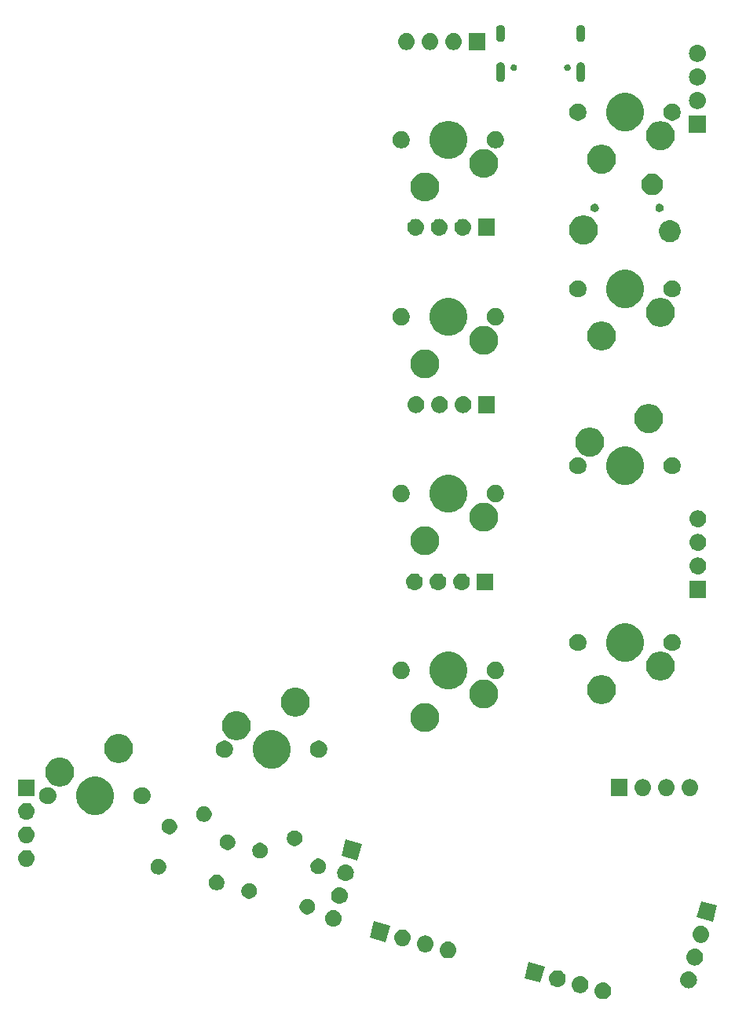
<source format=gbr>
G04 #@! TF.GenerationSoftware,KiCad,Pcbnew,(5.1.4)-1*
G04 #@! TF.CreationDate,2023-06-13T20:25:11-04:00*
G04 #@! TF.ProjectId,ThumbsUp,5468756d-6273-4557-902e-6b696361645f,rev?*
G04 #@! TF.SameCoordinates,Original*
G04 #@! TF.FileFunction,Soldermask,Top*
G04 #@! TF.FilePolarity,Negative*
%FSLAX46Y46*%
G04 Gerber Fmt 4.6, Leading zero omitted, Abs format (unit mm)*
G04 Created by KiCad (PCBNEW (5.1.4)-1) date 2023-06-13 20:25:11*
%MOMM*%
%LPD*%
G04 APERTURE LIST*
%ADD10C,0.100000*%
G04 APERTURE END LIST*
D10*
G36*
X118803587Y-472190671D02*
G01*
X118869772Y-472197190D01*
X119039611Y-472248710D01*
X119196136Y-472332375D01*
X119231874Y-472361705D01*
X119333331Y-472444967D01*
X119416593Y-472546424D01*
X119445923Y-472582162D01*
X119529588Y-472738687D01*
X119581108Y-472908526D01*
X119598504Y-473085153D01*
X119581108Y-473261780D01*
X119529588Y-473431619D01*
X119445923Y-473588144D01*
X119416593Y-473623882D01*
X119333331Y-473725339D01*
X119231874Y-473808601D01*
X119196136Y-473837931D01*
X119039611Y-473921596D01*
X118869772Y-473973116D01*
X118803587Y-473979635D01*
X118737405Y-473986153D01*
X118648885Y-473986153D01*
X118582703Y-473979635D01*
X118516518Y-473973116D01*
X118346679Y-473921596D01*
X118190154Y-473837931D01*
X118154416Y-473808601D01*
X118052959Y-473725339D01*
X117969697Y-473623882D01*
X117940367Y-473588144D01*
X117856702Y-473431619D01*
X117805182Y-473261780D01*
X117787786Y-473085153D01*
X117805182Y-472908526D01*
X117856702Y-472738687D01*
X117940367Y-472582162D01*
X117969697Y-472546424D01*
X118052959Y-472444967D01*
X118154416Y-472361705D01*
X118190154Y-472332375D01*
X118346679Y-472248710D01*
X118516518Y-472197190D01*
X118582703Y-472190671D01*
X118648885Y-472184153D01*
X118737405Y-472184153D01*
X118803587Y-472190671D01*
X118803587Y-472190671D01*
G37*
G36*
X116350136Y-471533272D02*
G01*
X116416320Y-471539790D01*
X116586159Y-471591310D01*
X116742684Y-471674975D01*
X116778422Y-471704305D01*
X116879879Y-471787567D01*
X116963141Y-471889024D01*
X116992471Y-471924762D01*
X117076136Y-472081287D01*
X117127656Y-472251126D01*
X117145052Y-472427753D01*
X117127656Y-472604380D01*
X117076136Y-472774219D01*
X116992471Y-472930744D01*
X116963141Y-472966482D01*
X116879879Y-473067939D01*
X116778422Y-473151201D01*
X116742684Y-473180531D01*
X116586159Y-473264196D01*
X116416320Y-473315716D01*
X116350135Y-473322235D01*
X116283953Y-473328753D01*
X116195433Y-473328753D01*
X116129251Y-473322235D01*
X116063066Y-473315716D01*
X115893227Y-473264196D01*
X115736702Y-473180531D01*
X115700964Y-473151201D01*
X115599507Y-473067939D01*
X115516245Y-472966482D01*
X115486915Y-472930744D01*
X115403250Y-472774219D01*
X115351730Y-472604380D01*
X115334334Y-472427753D01*
X115351730Y-472251126D01*
X115403250Y-472081287D01*
X115486915Y-471924762D01*
X115516245Y-471889024D01*
X115599507Y-471787567D01*
X115700964Y-471704305D01*
X115736702Y-471674975D01*
X115893227Y-471591310D01*
X116063066Y-471539790D01*
X116129250Y-471533272D01*
X116195433Y-471526753D01*
X116283953Y-471526753D01*
X116350136Y-471533272D01*
X116350136Y-471533272D01*
G37*
G36*
X128034119Y-471017573D02*
G01*
X128109416Y-471024989D01*
X128279255Y-471076509D01*
X128435780Y-471160174D01*
X128471518Y-471189504D01*
X128572975Y-471272766D01*
X128656237Y-471374223D01*
X128685567Y-471409961D01*
X128769232Y-471566486D01*
X128820752Y-471736325D01*
X128838148Y-471912952D01*
X128820752Y-472089579D01*
X128769232Y-472259418D01*
X128685567Y-472415943D01*
X128661747Y-472444967D01*
X128572975Y-472553138D01*
X128471518Y-472636400D01*
X128435780Y-472665730D01*
X128279255Y-472749395D01*
X128109416Y-472800915D01*
X128043232Y-472807433D01*
X127977049Y-472813952D01*
X127888529Y-472813952D01*
X127822346Y-472807433D01*
X127756162Y-472800915D01*
X127586323Y-472749395D01*
X127429798Y-472665730D01*
X127394060Y-472636400D01*
X127292603Y-472553138D01*
X127203831Y-472444967D01*
X127180011Y-472415943D01*
X127096346Y-472259418D01*
X127044826Y-472089579D01*
X127027430Y-471912952D01*
X127044826Y-471736325D01*
X127096346Y-471566486D01*
X127180011Y-471409961D01*
X127209341Y-471374223D01*
X127292603Y-471272766D01*
X127394060Y-471189504D01*
X127429798Y-471160174D01*
X127586323Y-471076509D01*
X127756162Y-471024989D01*
X127831459Y-471017573D01*
X127888529Y-471011952D01*
X127977049Y-471011952D01*
X128034119Y-471017573D01*
X128034119Y-471017573D01*
G37*
G36*
X113896685Y-470875871D02*
G01*
X113962869Y-470882389D01*
X114132708Y-470933909D01*
X114289233Y-471017574D01*
X114298268Y-471024989D01*
X114426428Y-471130166D01*
X114509690Y-471231623D01*
X114539020Y-471267361D01*
X114622685Y-471423886D01*
X114674205Y-471593725D01*
X114691601Y-471770352D01*
X114674205Y-471946979D01*
X114622685Y-472116818D01*
X114539020Y-472273343D01*
X114509690Y-472309081D01*
X114426428Y-472410538D01*
X114324971Y-472493800D01*
X114289233Y-472523130D01*
X114132708Y-472606795D01*
X113962869Y-472658315D01*
X113896684Y-472664834D01*
X113830502Y-472671352D01*
X113741982Y-472671352D01*
X113675800Y-472664834D01*
X113609615Y-472658315D01*
X113439776Y-472606795D01*
X113283251Y-472523130D01*
X113247513Y-472493800D01*
X113146056Y-472410538D01*
X113062794Y-472309081D01*
X113033464Y-472273343D01*
X112949799Y-472116818D01*
X112898279Y-471946979D01*
X112880883Y-471770352D01*
X112898279Y-471593725D01*
X112949799Y-471423886D01*
X113033464Y-471267361D01*
X113062794Y-471231623D01*
X113146056Y-471130166D01*
X113274216Y-471024989D01*
X113283251Y-471017574D01*
X113439776Y-470933909D01*
X113609615Y-470882389D01*
X113675799Y-470875871D01*
X113741982Y-470869352D01*
X113830502Y-470869352D01*
X113896685Y-470875871D01*
X113896685Y-470875871D01*
G37*
G36*
X112436285Y-470475849D02*
G01*
X111969893Y-472216447D01*
X110229295Y-471750055D01*
X110695687Y-470009457D01*
X112436285Y-470475849D01*
X112436285Y-470475849D01*
G37*
G36*
X128700632Y-468565019D02*
G01*
X128766816Y-468571537D01*
X128936655Y-468623057D01*
X129093180Y-468706722D01*
X129128918Y-468736052D01*
X129230375Y-468819314D01*
X129309490Y-468915717D01*
X129342967Y-468956509D01*
X129426632Y-469113034D01*
X129478152Y-469282873D01*
X129495548Y-469459500D01*
X129478152Y-469636127D01*
X129426632Y-469805966D01*
X129342967Y-469962491D01*
X129313637Y-469998229D01*
X129230375Y-470099686D01*
X129128918Y-470182948D01*
X129093180Y-470212278D01*
X128936655Y-470295943D01*
X128766816Y-470347463D01*
X128700632Y-470353981D01*
X128634449Y-470360500D01*
X128545929Y-470360500D01*
X128479746Y-470353981D01*
X128413562Y-470347463D01*
X128243723Y-470295943D01*
X128087198Y-470212278D01*
X128051460Y-470182948D01*
X127950003Y-470099686D01*
X127866741Y-469998229D01*
X127837411Y-469962491D01*
X127753746Y-469805966D01*
X127702226Y-469636127D01*
X127684830Y-469459500D01*
X127702226Y-469282873D01*
X127753746Y-469113034D01*
X127837411Y-468956509D01*
X127870888Y-468915717D01*
X127950003Y-468819314D01*
X128051460Y-468736052D01*
X128087198Y-468706722D01*
X128243723Y-468623057D01*
X128413562Y-468571537D01*
X128479746Y-468565019D01*
X128545929Y-468558500D01*
X128634449Y-468558500D01*
X128700632Y-468565019D01*
X128700632Y-468565019D01*
G37*
G36*
X102103586Y-467790672D02*
G01*
X102169771Y-467797191D01*
X102339610Y-467848711D01*
X102496135Y-467932376D01*
X102531873Y-467961706D01*
X102633330Y-468044968D01*
X102716592Y-468146425D01*
X102745922Y-468182163D01*
X102829587Y-468338688D01*
X102881107Y-468508527D01*
X102898503Y-468685154D01*
X102881107Y-468861781D01*
X102829587Y-469031620D01*
X102745922Y-469188145D01*
X102716592Y-469223883D01*
X102633330Y-469325340D01*
X102531873Y-469408602D01*
X102496135Y-469437932D01*
X102339610Y-469521597D01*
X102169771Y-469573117D01*
X102103586Y-469579636D01*
X102037404Y-469586154D01*
X101948884Y-469586154D01*
X101882702Y-469579636D01*
X101816517Y-469573117D01*
X101646678Y-469521597D01*
X101490153Y-469437932D01*
X101454415Y-469408602D01*
X101352958Y-469325340D01*
X101269696Y-469223883D01*
X101240366Y-469188145D01*
X101156701Y-469031620D01*
X101105181Y-468861781D01*
X101087785Y-468685154D01*
X101105181Y-468508527D01*
X101156701Y-468338688D01*
X101240366Y-468182163D01*
X101269696Y-468146425D01*
X101352958Y-468044968D01*
X101454415Y-467961706D01*
X101490153Y-467932376D01*
X101646678Y-467848711D01*
X101816517Y-467797191D01*
X101882702Y-467790672D01*
X101948884Y-467784154D01*
X102037404Y-467784154D01*
X102103586Y-467790672D01*
X102103586Y-467790672D01*
G37*
G36*
X99650134Y-467133272D02*
G01*
X99716319Y-467139791D01*
X99886158Y-467191311D01*
X100042683Y-467274976D01*
X100078421Y-467304306D01*
X100179878Y-467387568D01*
X100263140Y-467489025D01*
X100292470Y-467524763D01*
X100376135Y-467681288D01*
X100427655Y-467851127D01*
X100445051Y-468027754D01*
X100427655Y-468204381D01*
X100376135Y-468374220D01*
X100292470Y-468530745D01*
X100269692Y-468558500D01*
X100179878Y-468667940D01*
X100078421Y-468751202D01*
X100042683Y-468780532D01*
X99886158Y-468864197D01*
X99716319Y-468915717D01*
X99650134Y-468922236D01*
X99583952Y-468928754D01*
X99495432Y-468928754D01*
X99429250Y-468922236D01*
X99363065Y-468915717D01*
X99193226Y-468864197D01*
X99036701Y-468780532D01*
X99000963Y-468751202D01*
X98899506Y-468667940D01*
X98809692Y-468558500D01*
X98786914Y-468530745D01*
X98703249Y-468374220D01*
X98651729Y-468204381D01*
X98634333Y-468027754D01*
X98651729Y-467851127D01*
X98703249Y-467681288D01*
X98786914Y-467524763D01*
X98816244Y-467489025D01*
X98899506Y-467387568D01*
X99000963Y-467304306D01*
X99036701Y-467274976D01*
X99193226Y-467191311D01*
X99363065Y-467139791D01*
X99429250Y-467133272D01*
X99495432Y-467126754D01*
X99583952Y-467126754D01*
X99650134Y-467133272D01*
X99650134Y-467133272D01*
G37*
G36*
X97196683Y-466475871D02*
G01*
X97262868Y-466482390D01*
X97432707Y-466533910D01*
X97589232Y-466617575D01*
X97624970Y-466646905D01*
X97726427Y-466730167D01*
X97807882Y-466829422D01*
X97839019Y-466867362D01*
X97922684Y-467023887D01*
X97974204Y-467193726D01*
X97991600Y-467370353D01*
X97974204Y-467546980D01*
X97922684Y-467716819D01*
X97839019Y-467873344D01*
X97822057Y-467894012D01*
X97726427Y-468010539D01*
X97624970Y-468093801D01*
X97589232Y-468123131D01*
X97432707Y-468206796D01*
X97262868Y-468258316D01*
X97196683Y-468264835D01*
X97130501Y-468271353D01*
X97041981Y-468271353D01*
X96975799Y-468264835D01*
X96909614Y-468258316D01*
X96739775Y-468206796D01*
X96583250Y-468123131D01*
X96547512Y-468093801D01*
X96446055Y-468010539D01*
X96350425Y-467894012D01*
X96333463Y-467873344D01*
X96249798Y-467716819D01*
X96198278Y-467546980D01*
X96180882Y-467370353D01*
X96198278Y-467193726D01*
X96249798Y-467023887D01*
X96333463Y-466867362D01*
X96364600Y-466829422D01*
X96446055Y-466730167D01*
X96547512Y-466646905D01*
X96583250Y-466617575D01*
X96739775Y-466533910D01*
X96909614Y-466482390D01*
X96975799Y-466475871D01*
X97041981Y-466469353D01*
X97130501Y-466469353D01*
X97196683Y-466475871D01*
X97196683Y-466475871D01*
G37*
G36*
X129358033Y-466111568D02*
G01*
X129424217Y-466118086D01*
X129594056Y-466169606D01*
X129750581Y-466253271D01*
X129786319Y-466282601D01*
X129887776Y-466365863D01*
X129971038Y-466467320D01*
X130000368Y-466503058D01*
X130084033Y-466659583D01*
X130135553Y-466829422D01*
X130152949Y-467006049D01*
X130135553Y-467182676D01*
X130084033Y-467352515D01*
X130000368Y-467509040D01*
X129971038Y-467544778D01*
X129887776Y-467646235D01*
X129801768Y-467716819D01*
X129750581Y-467758827D01*
X129594056Y-467842492D01*
X129424217Y-467894012D01*
X129358033Y-467900530D01*
X129291850Y-467907049D01*
X129203330Y-467907049D01*
X129137147Y-467900530D01*
X129070963Y-467894012D01*
X128901124Y-467842492D01*
X128744599Y-467758827D01*
X128693412Y-467716819D01*
X128607404Y-467646235D01*
X128524142Y-467544778D01*
X128494812Y-467509040D01*
X128411147Y-467352515D01*
X128359627Y-467182676D01*
X128342231Y-467006049D01*
X128359627Y-466829422D01*
X128411147Y-466659583D01*
X128494812Y-466503058D01*
X128524142Y-466467320D01*
X128607404Y-466365863D01*
X128708861Y-466282601D01*
X128744599Y-466253271D01*
X128901124Y-466169606D01*
X129070963Y-466118086D01*
X129137147Y-466111568D01*
X129203330Y-466105049D01*
X129291850Y-466105049D01*
X129358033Y-466111568D01*
X129358033Y-466111568D01*
G37*
G36*
X95736284Y-466075850D02*
G01*
X95269892Y-467816448D01*
X93529294Y-467350056D01*
X93995686Y-465609458D01*
X95736284Y-466075850D01*
X95736284Y-466075850D01*
G37*
G36*
X89738399Y-464377339D02*
G01*
X89804583Y-464383857D01*
X89974422Y-464435377D01*
X90130947Y-464519042D01*
X90166685Y-464548372D01*
X90268142Y-464631634D01*
X90351404Y-464733091D01*
X90380734Y-464768829D01*
X90464399Y-464925354D01*
X90515919Y-465095193D01*
X90533315Y-465271820D01*
X90515919Y-465448447D01*
X90464399Y-465618286D01*
X90380734Y-465774811D01*
X90351404Y-465810549D01*
X90268142Y-465912006D01*
X90166685Y-465995268D01*
X90130947Y-466024598D01*
X89974422Y-466108263D01*
X89804583Y-466159783D01*
X89738398Y-466166302D01*
X89672216Y-466172820D01*
X89583696Y-466172820D01*
X89517514Y-466166302D01*
X89451329Y-466159783D01*
X89281490Y-466108263D01*
X89124965Y-466024598D01*
X89089227Y-465995268D01*
X88987770Y-465912006D01*
X88904508Y-465810549D01*
X88875178Y-465774811D01*
X88791513Y-465618286D01*
X88739993Y-465448447D01*
X88722597Y-465271820D01*
X88739993Y-465095193D01*
X88791513Y-464925354D01*
X88875178Y-464768829D01*
X88904508Y-464733091D01*
X88987770Y-464631634D01*
X89089227Y-464548372D01*
X89124965Y-464519042D01*
X89281490Y-464435377D01*
X89451329Y-464383857D01*
X89517513Y-464377339D01*
X89583696Y-464370820D01*
X89672216Y-464370820D01*
X89738399Y-464377339D01*
X89738399Y-464377339D01*
G37*
G36*
X131008485Y-463915494D02*
G01*
X130542093Y-465656092D01*
X128801495Y-465189700D01*
X129267887Y-463449102D01*
X131008485Y-463915494D01*
X131008485Y-463915494D01*
G37*
G36*
X87071239Y-463212676D02*
G01*
X87223836Y-463275883D01*
X87361170Y-463367647D01*
X87477964Y-463484441D01*
X87569728Y-463621775D01*
X87632935Y-463774372D01*
X87665158Y-463936367D01*
X87665158Y-464101539D01*
X87632935Y-464263534D01*
X87569728Y-464416131D01*
X87477964Y-464553465D01*
X87361170Y-464670259D01*
X87223836Y-464762023D01*
X87071239Y-464825230D01*
X86909244Y-464857453D01*
X86744072Y-464857453D01*
X86582077Y-464825230D01*
X86429480Y-464762023D01*
X86292146Y-464670259D01*
X86175352Y-464553465D01*
X86083588Y-464416131D01*
X86020381Y-464263534D01*
X85988158Y-464101539D01*
X85988158Y-463936367D01*
X86020381Y-463774372D01*
X86083588Y-463621775D01*
X86175352Y-463484441D01*
X86292146Y-463367647D01*
X86429480Y-463275883D01*
X86582077Y-463212676D01*
X86744072Y-463180453D01*
X86909244Y-463180453D01*
X87071239Y-463212676D01*
X87071239Y-463212676D01*
G37*
G36*
X90395799Y-461923887D02*
G01*
X90461983Y-461930405D01*
X90631822Y-461981925D01*
X90788347Y-462065590D01*
X90807237Y-462081093D01*
X90925542Y-462178182D01*
X90990597Y-462257453D01*
X91038134Y-462315377D01*
X91121799Y-462471902D01*
X91173319Y-462641741D01*
X91190715Y-462818368D01*
X91173319Y-462994995D01*
X91121799Y-463164834D01*
X91038134Y-463321359D01*
X91008804Y-463357097D01*
X90925542Y-463458554D01*
X90824085Y-463541816D01*
X90788347Y-463571146D01*
X90631822Y-463654811D01*
X90461983Y-463706331D01*
X90395799Y-463712849D01*
X90329616Y-463719368D01*
X90241096Y-463719368D01*
X90174913Y-463712849D01*
X90108729Y-463706331D01*
X89938890Y-463654811D01*
X89782365Y-463571146D01*
X89746627Y-463541816D01*
X89645170Y-463458554D01*
X89561908Y-463357097D01*
X89532578Y-463321359D01*
X89448913Y-463164834D01*
X89397393Y-462994995D01*
X89379997Y-462818368D01*
X89397393Y-462641741D01*
X89448913Y-462471902D01*
X89532578Y-462315377D01*
X89580115Y-462257453D01*
X89645170Y-462178182D01*
X89763475Y-462081093D01*
X89782365Y-462065590D01*
X89938890Y-461981925D01*
X90108729Y-461930405D01*
X90174913Y-461923887D01*
X90241096Y-461917368D01*
X90329616Y-461917368D01*
X90395799Y-461923887D01*
X90395799Y-461923887D01*
G37*
G36*
X80795667Y-461519397D02*
G01*
X80948264Y-461582604D01*
X81085598Y-461674368D01*
X81202392Y-461791162D01*
X81294156Y-461928496D01*
X81357363Y-462081093D01*
X81389586Y-462243088D01*
X81389586Y-462408260D01*
X81357363Y-462570255D01*
X81294156Y-462722852D01*
X81202392Y-462860186D01*
X81085598Y-462976980D01*
X80948264Y-463068744D01*
X80795667Y-463131951D01*
X80633672Y-463164174D01*
X80468500Y-463164174D01*
X80306505Y-463131951D01*
X80153908Y-463068744D01*
X80016574Y-462976980D01*
X79899780Y-462860186D01*
X79808016Y-462722852D01*
X79744809Y-462570255D01*
X79712586Y-462408260D01*
X79712586Y-462243088D01*
X79744809Y-462081093D01*
X79808016Y-461928496D01*
X79899780Y-461791162D01*
X80016574Y-461674368D01*
X80153908Y-461582604D01*
X80306505Y-461519397D01*
X80468500Y-461487174D01*
X80633672Y-461487174D01*
X80795667Y-461519397D01*
X80795667Y-461519397D01*
G37*
G36*
X77293494Y-460612676D02*
G01*
X77446091Y-460675883D01*
X77583425Y-460767647D01*
X77700219Y-460884441D01*
X77791983Y-461021775D01*
X77855190Y-461174372D01*
X77887413Y-461336367D01*
X77887413Y-461501539D01*
X77855190Y-461663534D01*
X77791983Y-461816131D01*
X77700219Y-461953465D01*
X77583425Y-462070259D01*
X77446091Y-462162023D01*
X77293494Y-462225230D01*
X77131499Y-462257453D01*
X76966327Y-462257453D01*
X76804332Y-462225230D01*
X76651735Y-462162023D01*
X76514401Y-462070259D01*
X76397607Y-461953465D01*
X76305843Y-461816131D01*
X76242636Y-461663534D01*
X76210413Y-461501539D01*
X76210413Y-461336367D01*
X76242636Y-461174372D01*
X76305843Y-461021775D01*
X76397607Y-460884441D01*
X76514401Y-460767647D01*
X76651735Y-460675883D01*
X76804332Y-460612676D01*
X76966327Y-460580453D01*
X77131499Y-460580453D01*
X77293494Y-460612676D01*
X77293494Y-460612676D01*
G37*
G36*
X91053200Y-459470436D02*
G01*
X91119384Y-459476954D01*
X91289223Y-459528474D01*
X91445748Y-459612139D01*
X91481486Y-459641469D01*
X91582943Y-459724731D01*
X91651492Y-459808260D01*
X91695535Y-459861926D01*
X91779200Y-460018451D01*
X91830720Y-460188290D01*
X91848116Y-460364917D01*
X91830720Y-460541544D01*
X91789968Y-460675884D01*
X91779199Y-460711385D01*
X91737367Y-460789646D01*
X91695535Y-460867908D01*
X91666205Y-460903646D01*
X91582943Y-461005103D01*
X91481486Y-461088365D01*
X91445748Y-461117695D01*
X91289223Y-461201360D01*
X91119384Y-461252880D01*
X91053200Y-461259398D01*
X90987017Y-461265917D01*
X90898497Y-461265917D01*
X90832314Y-461259398D01*
X90766130Y-461252880D01*
X90596291Y-461201360D01*
X90439766Y-461117695D01*
X90404028Y-461088365D01*
X90302571Y-461005103D01*
X90219309Y-460903646D01*
X90189979Y-460867908D01*
X90148147Y-460789646D01*
X90106315Y-460711385D01*
X90095546Y-460675884D01*
X90054794Y-460541544D01*
X90037398Y-460364917D01*
X90054794Y-460188290D01*
X90106314Y-460018451D01*
X90189979Y-459861926D01*
X90234022Y-459808260D01*
X90302571Y-459724731D01*
X90404028Y-459641469D01*
X90439766Y-459612139D01*
X90596291Y-459528474D01*
X90766130Y-459476954D01*
X90832314Y-459470436D01*
X90898497Y-459463917D01*
X90987017Y-459463917D01*
X91053200Y-459470436D01*
X91053200Y-459470436D01*
G37*
G36*
X71017922Y-458919397D02*
G01*
X71170519Y-458982604D01*
X71307853Y-459074368D01*
X71424647Y-459191162D01*
X71516411Y-459328496D01*
X71579618Y-459481093D01*
X71611841Y-459643088D01*
X71611841Y-459808260D01*
X71579618Y-459970255D01*
X71516411Y-460122852D01*
X71424647Y-460260186D01*
X71307853Y-460376980D01*
X71170519Y-460468744D01*
X71017922Y-460531951D01*
X70855927Y-460564174D01*
X70690755Y-460564174D01*
X70528760Y-460531951D01*
X70376163Y-460468744D01*
X70238829Y-460376980D01*
X70122035Y-460260186D01*
X70030271Y-460122852D01*
X69967064Y-459970255D01*
X69934841Y-459808260D01*
X69934841Y-459643088D01*
X69967064Y-459481093D01*
X70030271Y-459328496D01*
X70122035Y-459191162D01*
X70238829Y-459074368D01*
X70376163Y-458982604D01*
X70528760Y-458919397D01*
X70690755Y-458887174D01*
X70855927Y-458887174D01*
X71017922Y-458919397D01*
X71017922Y-458919397D01*
G37*
G36*
X88243509Y-458868049D02*
G01*
X88396106Y-458931256D01*
X88533440Y-459023020D01*
X88650234Y-459139814D01*
X88741998Y-459277148D01*
X88805205Y-459429745D01*
X88837428Y-459591740D01*
X88837428Y-459756912D01*
X88805205Y-459918907D01*
X88741998Y-460071504D01*
X88650234Y-460208838D01*
X88533440Y-460325632D01*
X88396106Y-460417396D01*
X88243509Y-460480603D01*
X88081514Y-460512826D01*
X87916342Y-460512826D01*
X87754347Y-460480603D01*
X87601750Y-460417396D01*
X87464416Y-460325632D01*
X87347622Y-460208838D01*
X87255858Y-460071504D01*
X87192651Y-459918907D01*
X87160428Y-459756912D01*
X87160428Y-459591740D01*
X87192651Y-459429745D01*
X87255858Y-459277148D01*
X87347622Y-459139814D01*
X87464416Y-459023020D01*
X87601750Y-458931256D01*
X87754347Y-458868049D01*
X87916342Y-458835826D01*
X88081514Y-458835826D01*
X88243509Y-458868049D01*
X88243509Y-458868049D01*
G37*
G36*
X56643231Y-457918470D02*
G01*
X56709416Y-457924989D01*
X56879255Y-457976509D01*
X57035780Y-458060174D01*
X57071518Y-458089504D01*
X57172975Y-458172766D01*
X57256237Y-458274223D01*
X57285567Y-458309961D01*
X57369232Y-458466486D01*
X57420752Y-458636325D01*
X57438148Y-458812952D01*
X57420752Y-458989579D01*
X57369232Y-459159418D01*
X57285567Y-459315943D01*
X57275265Y-459328496D01*
X57172975Y-459453138D01*
X57081176Y-459528474D01*
X57035780Y-459565730D01*
X57035778Y-459565731D01*
X56891055Y-459643088D01*
X56879255Y-459649395D01*
X56709416Y-459700915D01*
X56643232Y-459707433D01*
X56577049Y-459713952D01*
X56488529Y-459713952D01*
X56422346Y-459707433D01*
X56356162Y-459700915D01*
X56186323Y-459649395D01*
X56174524Y-459643088D01*
X56029800Y-459565731D01*
X56029798Y-459565730D01*
X55984402Y-459528474D01*
X55892603Y-459453138D01*
X55790313Y-459328496D01*
X55780011Y-459315943D01*
X55696346Y-459159418D01*
X55644826Y-458989579D01*
X55627430Y-458812952D01*
X55644826Y-458636325D01*
X55696346Y-458466486D01*
X55780011Y-458309961D01*
X55809341Y-458274223D01*
X55892603Y-458172766D01*
X55994060Y-458089504D01*
X56029798Y-458060174D01*
X56186323Y-457976509D01*
X56356162Y-457924989D01*
X56422347Y-457918470D01*
X56488529Y-457911952D01*
X56577049Y-457911952D01*
X56643231Y-457918470D01*
X56643231Y-457918470D01*
G37*
G36*
X92703652Y-457274362D02*
G01*
X92237260Y-459014960D01*
X90496662Y-458548568D01*
X90963054Y-456807970D01*
X92703652Y-457274362D01*
X92703652Y-457274362D01*
G37*
G36*
X81967937Y-457174770D02*
G01*
X82120534Y-457237977D01*
X82257868Y-457329741D01*
X82374662Y-457446535D01*
X82466426Y-457583869D01*
X82529633Y-457736466D01*
X82561856Y-457898461D01*
X82561856Y-458063633D01*
X82529633Y-458225628D01*
X82466426Y-458378225D01*
X82374662Y-458515559D01*
X82257868Y-458632353D01*
X82120534Y-458724117D01*
X81967937Y-458787324D01*
X81805942Y-458819547D01*
X81640770Y-458819547D01*
X81478775Y-458787324D01*
X81326178Y-458724117D01*
X81188844Y-458632353D01*
X81072050Y-458515559D01*
X80980286Y-458378225D01*
X80917079Y-458225628D01*
X80884856Y-458063633D01*
X80884856Y-457898461D01*
X80917079Y-457736466D01*
X80980286Y-457583869D01*
X81072050Y-457446535D01*
X81188844Y-457329741D01*
X81326178Y-457237977D01*
X81478775Y-457174770D01*
X81640770Y-457142547D01*
X81805942Y-457142547D01*
X81967937Y-457174770D01*
X81967937Y-457174770D01*
G37*
G36*
X78465764Y-456268049D02*
G01*
X78618361Y-456331256D01*
X78755695Y-456423020D01*
X78872489Y-456539814D01*
X78964253Y-456677148D01*
X79027460Y-456829745D01*
X79059683Y-456991740D01*
X79059683Y-457156912D01*
X79027460Y-457318907D01*
X78964253Y-457471504D01*
X78872489Y-457608838D01*
X78755695Y-457725632D01*
X78618361Y-457817396D01*
X78465764Y-457880603D01*
X78303769Y-457912826D01*
X78138597Y-457912826D01*
X77976602Y-457880603D01*
X77824005Y-457817396D01*
X77686671Y-457725632D01*
X77569877Y-457608838D01*
X77478113Y-457471504D01*
X77414906Y-457318907D01*
X77382683Y-457156912D01*
X77382683Y-456991740D01*
X77414906Y-456829745D01*
X77478113Y-456677148D01*
X77569877Y-456539814D01*
X77686671Y-456423020D01*
X77824005Y-456331256D01*
X77976602Y-456268049D01*
X78138597Y-456235826D01*
X78303769Y-456235826D01*
X78465764Y-456268049D01*
X78465764Y-456268049D01*
G37*
G36*
X85691858Y-455849096D02*
G01*
X85844455Y-455912303D01*
X85981789Y-456004067D01*
X86098583Y-456120861D01*
X86190347Y-456258195D01*
X86253554Y-456410792D01*
X86285777Y-456572787D01*
X86285777Y-456737959D01*
X86253554Y-456899954D01*
X86190347Y-457052551D01*
X86098583Y-457189885D01*
X85981789Y-457306679D01*
X85844455Y-457398443D01*
X85691858Y-457461650D01*
X85529863Y-457493873D01*
X85364691Y-457493873D01*
X85202696Y-457461650D01*
X85050099Y-457398443D01*
X84912765Y-457306679D01*
X84795971Y-457189885D01*
X84704207Y-457052551D01*
X84641000Y-456899954D01*
X84608777Y-456737959D01*
X84608777Y-456572787D01*
X84641000Y-456410792D01*
X84704207Y-456258195D01*
X84795971Y-456120861D01*
X84912765Y-456004067D01*
X85050099Y-455912303D01*
X85202696Y-455849096D01*
X85364691Y-455816873D01*
X85529863Y-455816873D01*
X85691858Y-455849096D01*
X85691858Y-455849096D01*
G37*
G36*
X56643231Y-455378470D02*
G01*
X56709416Y-455384989D01*
X56879255Y-455436509D01*
X57035780Y-455520174D01*
X57071518Y-455549504D01*
X57172975Y-455632766D01*
X57256237Y-455734223D01*
X57285567Y-455769961D01*
X57369232Y-455926486D01*
X57420752Y-456096325D01*
X57438148Y-456272952D01*
X57420752Y-456449579D01*
X57369232Y-456619418D01*
X57285567Y-456775943D01*
X57259283Y-456807970D01*
X57172975Y-456913138D01*
X57071518Y-456996400D01*
X57035780Y-457025730D01*
X56879255Y-457109395D01*
X56709416Y-457160915D01*
X56643231Y-457167434D01*
X56577049Y-457173952D01*
X56488529Y-457173952D01*
X56422347Y-457167434D01*
X56356162Y-457160915D01*
X56186323Y-457109395D01*
X56029798Y-457025730D01*
X55994060Y-456996400D01*
X55892603Y-456913138D01*
X55806295Y-456807970D01*
X55780011Y-456775943D01*
X55696346Y-456619418D01*
X55644826Y-456449579D01*
X55627430Y-456272952D01*
X55644826Y-456096325D01*
X55696346Y-455926486D01*
X55780011Y-455769961D01*
X55809341Y-455734223D01*
X55892603Y-455632766D01*
X55994060Y-455549504D01*
X56029798Y-455520174D01*
X56186323Y-455436509D01*
X56356162Y-455384989D01*
X56422347Y-455378470D01*
X56488529Y-455371952D01*
X56577049Y-455371952D01*
X56643231Y-455378470D01*
X56643231Y-455378470D01*
G37*
G36*
X72190192Y-454574770D02*
G01*
X72342789Y-454637977D01*
X72480123Y-454729741D01*
X72596917Y-454846535D01*
X72688681Y-454983869D01*
X72751888Y-455136466D01*
X72784111Y-455298461D01*
X72784111Y-455463633D01*
X72751888Y-455625628D01*
X72688681Y-455778225D01*
X72596917Y-455915559D01*
X72480123Y-456032353D01*
X72342789Y-456124117D01*
X72190192Y-456187324D01*
X72028197Y-456219547D01*
X71863025Y-456219547D01*
X71701030Y-456187324D01*
X71548433Y-456124117D01*
X71411099Y-456032353D01*
X71294305Y-455915559D01*
X71202541Y-455778225D01*
X71139334Y-455625628D01*
X71107111Y-455463633D01*
X71107111Y-455298461D01*
X71139334Y-455136466D01*
X71202541Y-454983869D01*
X71294305Y-454846535D01*
X71411099Y-454729741D01*
X71548433Y-454637977D01*
X71701030Y-454574770D01*
X71863025Y-454542547D01*
X72028197Y-454542547D01*
X72190192Y-454574770D01*
X72190192Y-454574770D01*
G37*
G36*
X75914113Y-453249096D02*
G01*
X76066710Y-453312303D01*
X76204044Y-453404067D01*
X76320838Y-453520861D01*
X76412602Y-453658195D01*
X76475809Y-453810792D01*
X76508032Y-453972787D01*
X76508032Y-454137959D01*
X76475809Y-454299954D01*
X76412602Y-454452551D01*
X76320838Y-454589885D01*
X76204044Y-454706679D01*
X76066710Y-454798443D01*
X75914113Y-454861650D01*
X75752118Y-454893873D01*
X75586946Y-454893873D01*
X75424951Y-454861650D01*
X75272354Y-454798443D01*
X75135020Y-454706679D01*
X75018226Y-454589885D01*
X74926462Y-454452551D01*
X74863255Y-454299954D01*
X74831032Y-454137959D01*
X74831032Y-453972787D01*
X74863255Y-453810792D01*
X74926462Y-453658195D01*
X75018226Y-453520861D01*
X75135020Y-453404067D01*
X75272354Y-453312303D01*
X75424951Y-453249096D01*
X75586946Y-453216873D01*
X75752118Y-453216873D01*
X75914113Y-453249096D01*
X75914113Y-453249096D01*
G37*
G36*
X56643232Y-452838471D02*
G01*
X56709416Y-452844989D01*
X56879255Y-452896509D01*
X57035780Y-452980174D01*
X57071518Y-453009504D01*
X57172975Y-453092766D01*
X57256237Y-453194223D01*
X57285567Y-453229961D01*
X57369232Y-453386486D01*
X57420752Y-453556325D01*
X57438148Y-453732952D01*
X57420752Y-453909579D01*
X57369232Y-454079418D01*
X57285567Y-454235943D01*
X57256237Y-454271681D01*
X57172975Y-454373138D01*
X57076207Y-454452552D01*
X57035780Y-454485730D01*
X56879255Y-454569395D01*
X56709416Y-454620915D01*
X56643232Y-454627433D01*
X56577049Y-454633952D01*
X56488529Y-454633952D01*
X56422346Y-454627433D01*
X56356162Y-454620915D01*
X56186323Y-454569395D01*
X56029798Y-454485730D01*
X55989371Y-454452552D01*
X55892603Y-454373138D01*
X55809341Y-454271681D01*
X55780011Y-454235943D01*
X55696346Y-454079418D01*
X55644826Y-453909579D01*
X55627430Y-453732952D01*
X55644826Y-453556325D01*
X55696346Y-453386486D01*
X55780011Y-453229961D01*
X55809341Y-453194223D01*
X55892603Y-453092766D01*
X55994060Y-453009504D01*
X56029798Y-452980174D01*
X56186323Y-452896509D01*
X56356162Y-452844989D01*
X56422346Y-452838471D01*
X56488529Y-452831952D01*
X56577049Y-452831952D01*
X56643232Y-452838471D01*
X56643232Y-452838471D01*
G37*
G36*
X64529263Y-450096636D02*
G01*
X64747263Y-450186935D01*
X64901412Y-450250785D01*
X65236337Y-450474575D01*
X65521166Y-450759404D01*
X65744956Y-451094329D01*
X65806264Y-451242341D01*
X65899105Y-451466478D01*
X65977689Y-451861546D01*
X65977689Y-452264358D01*
X65899105Y-452659426D01*
X65848240Y-452782224D01*
X65744956Y-453031575D01*
X65521166Y-453366500D01*
X65236337Y-453651329D01*
X64901412Y-453875119D01*
X64747263Y-453938969D01*
X64529263Y-454029268D01*
X64134195Y-454107852D01*
X63731383Y-454107852D01*
X63336315Y-454029268D01*
X63118315Y-453938969D01*
X62964166Y-453875119D01*
X62629241Y-453651329D01*
X62344412Y-453366500D01*
X62120622Y-453031575D01*
X62017338Y-452782224D01*
X61966473Y-452659426D01*
X61887889Y-452264358D01*
X61887889Y-451861546D01*
X61966473Y-451466478D01*
X62059314Y-451242341D01*
X62120622Y-451094329D01*
X62344412Y-450759404D01*
X62629241Y-450474575D01*
X62964166Y-450250785D01*
X63118315Y-450186935D01*
X63336315Y-450096636D01*
X63731383Y-450018052D01*
X64134195Y-450018052D01*
X64529263Y-450096636D01*
X64529263Y-450096636D01*
G37*
G36*
X59122893Y-451172537D02*
G01*
X59291415Y-451242341D01*
X59443080Y-451343680D01*
X59572061Y-451472661D01*
X59673400Y-451624326D01*
X59743204Y-451792848D01*
X59778789Y-451971749D01*
X59778789Y-452154155D01*
X59743204Y-452333056D01*
X59673400Y-452501578D01*
X59572061Y-452653243D01*
X59443080Y-452782224D01*
X59291415Y-452883563D01*
X59122893Y-452953367D01*
X58943992Y-452988952D01*
X58761586Y-452988952D01*
X58582685Y-452953367D01*
X58414163Y-452883563D01*
X58262498Y-452782224D01*
X58133517Y-452653243D01*
X58032178Y-452501578D01*
X57962374Y-452333056D01*
X57926789Y-452154155D01*
X57926789Y-451971749D01*
X57962374Y-451792848D01*
X58032178Y-451624326D01*
X58133517Y-451472661D01*
X58262498Y-451343680D01*
X58414163Y-451242341D01*
X58582685Y-451172537D01*
X58761586Y-451136952D01*
X58943992Y-451136952D01*
X59122893Y-451172537D01*
X59122893Y-451172537D01*
G37*
G36*
X69282893Y-451172537D02*
G01*
X69451415Y-451242341D01*
X69603080Y-451343680D01*
X69732061Y-451472661D01*
X69833400Y-451624326D01*
X69903204Y-451792848D01*
X69938789Y-451971749D01*
X69938789Y-452154155D01*
X69903204Y-452333056D01*
X69833400Y-452501578D01*
X69732061Y-452653243D01*
X69603080Y-452782224D01*
X69451415Y-452883563D01*
X69282893Y-452953367D01*
X69103992Y-452988952D01*
X68921586Y-452988952D01*
X68742685Y-452953367D01*
X68574163Y-452883563D01*
X68422498Y-452782224D01*
X68293517Y-452653243D01*
X68192178Y-452501578D01*
X68122374Y-452333056D01*
X68086789Y-452154155D01*
X68086789Y-451971749D01*
X68122374Y-451792848D01*
X68192178Y-451624326D01*
X68293517Y-451472661D01*
X68422498Y-451343680D01*
X68574163Y-451242341D01*
X68742685Y-451172537D01*
X68921586Y-451136952D01*
X69103992Y-451136952D01*
X69282893Y-451172537D01*
X69282893Y-451172537D01*
G37*
G36*
X57433789Y-452093952D02*
G01*
X55631789Y-452093952D01*
X55631789Y-450291952D01*
X57433789Y-450291952D01*
X57433789Y-452093952D01*
X57433789Y-452093952D01*
G37*
G36*
X125638870Y-450286840D02*
G01*
X125705055Y-450293359D01*
X125874894Y-450344879D01*
X126031419Y-450428544D01*
X126067157Y-450457874D01*
X126168614Y-450541136D01*
X126251876Y-450642593D01*
X126281206Y-450678331D01*
X126364871Y-450834856D01*
X126416391Y-451004695D01*
X126433787Y-451181322D01*
X126416391Y-451357949D01*
X126364871Y-451527788D01*
X126281206Y-451684313D01*
X126251876Y-451720051D01*
X126168614Y-451821508D01*
X126067157Y-451904770D01*
X126031419Y-451934100D01*
X125874894Y-452017765D01*
X125705055Y-452069285D01*
X125638871Y-452075803D01*
X125572688Y-452082322D01*
X125484168Y-452082322D01*
X125417985Y-452075803D01*
X125351801Y-452069285D01*
X125181962Y-452017765D01*
X125025437Y-451934100D01*
X124989699Y-451904770D01*
X124888242Y-451821508D01*
X124804980Y-451720051D01*
X124775650Y-451684313D01*
X124691985Y-451527788D01*
X124640465Y-451357949D01*
X124623069Y-451181322D01*
X124640465Y-451004695D01*
X124691985Y-450834856D01*
X124775650Y-450678331D01*
X124804980Y-450642593D01*
X124888242Y-450541136D01*
X124989699Y-450457874D01*
X125025437Y-450428544D01*
X125181962Y-450344879D01*
X125351801Y-450293359D01*
X125417986Y-450286840D01*
X125484168Y-450280322D01*
X125572688Y-450280322D01*
X125638870Y-450286840D01*
X125638870Y-450286840D01*
G37*
G36*
X121349428Y-452082322D02*
G01*
X119547428Y-452082322D01*
X119547428Y-450280322D01*
X121349428Y-450280322D01*
X121349428Y-452082322D01*
X121349428Y-452082322D01*
G37*
G36*
X128178870Y-450286840D02*
G01*
X128245055Y-450293359D01*
X128414894Y-450344879D01*
X128571419Y-450428544D01*
X128607157Y-450457874D01*
X128708614Y-450541136D01*
X128791876Y-450642593D01*
X128821206Y-450678331D01*
X128904871Y-450834856D01*
X128956391Y-451004695D01*
X128973787Y-451181322D01*
X128956391Y-451357949D01*
X128904871Y-451527788D01*
X128821206Y-451684313D01*
X128791876Y-451720051D01*
X128708614Y-451821508D01*
X128607157Y-451904770D01*
X128571419Y-451934100D01*
X128414894Y-452017765D01*
X128245055Y-452069285D01*
X128178871Y-452075803D01*
X128112688Y-452082322D01*
X128024168Y-452082322D01*
X127957985Y-452075803D01*
X127891801Y-452069285D01*
X127721962Y-452017765D01*
X127565437Y-451934100D01*
X127529699Y-451904770D01*
X127428242Y-451821508D01*
X127344980Y-451720051D01*
X127315650Y-451684313D01*
X127231985Y-451527788D01*
X127180465Y-451357949D01*
X127163069Y-451181322D01*
X127180465Y-451004695D01*
X127231985Y-450834856D01*
X127315650Y-450678331D01*
X127344980Y-450642593D01*
X127428242Y-450541136D01*
X127529699Y-450457874D01*
X127565437Y-450428544D01*
X127721962Y-450344879D01*
X127891801Y-450293359D01*
X127957986Y-450286840D01*
X128024168Y-450280322D01*
X128112688Y-450280322D01*
X128178870Y-450286840D01*
X128178870Y-450286840D01*
G37*
G36*
X123098870Y-450286840D02*
G01*
X123165055Y-450293359D01*
X123334894Y-450344879D01*
X123491419Y-450428544D01*
X123527157Y-450457874D01*
X123628614Y-450541136D01*
X123711876Y-450642593D01*
X123741206Y-450678331D01*
X123824871Y-450834856D01*
X123876391Y-451004695D01*
X123893787Y-451181322D01*
X123876391Y-451357949D01*
X123824871Y-451527788D01*
X123741206Y-451684313D01*
X123711876Y-451720051D01*
X123628614Y-451821508D01*
X123527157Y-451904770D01*
X123491419Y-451934100D01*
X123334894Y-452017765D01*
X123165055Y-452069285D01*
X123098871Y-452075803D01*
X123032688Y-452082322D01*
X122944168Y-452082322D01*
X122877985Y-452075803D01*
X122811801Y-452069285D01*
X122641962Y-452017765D01*
X122485437Y-451934100D01*
X122449699Y-451904770D01*
X122348242Y-451821508D01*
X122264980Y-451720051D01*
X122235650Y-451684313D01*
X122151985Y-451527788D01*
X122100465Y-451357949D01*
X122083069Y-451181322D01*
X122100465Y-451004695D01*
X122151985Y-450834856D01*
X122235650Y-450678331D01*
X122264980Y-450642593D01*
X122348242Y-450541136D01*
X122449699Y-450457874D01*
X122485437Y-450428544D01*
X122641962Y-450344879D01*
X122811801Y-450293359D01*
X122877986Y-450286840D01*
X122944168Y-450280322D01*
X123032688Y-450280322D01*
X123098870Y-450286840D01*
X123098870Y-450286840D01*
G37*
G36*
X60361019Y-447988953D02*
G01*
X60575199Y-448031556D01*
X60857463Y-448148473D01*
X61111494Y-448318211D01*
X61327530Y-448534247D01*
X61497268Y-448788278D01*
X61614185Y-449070542D01*
X61673789Y-449370192D01*
X61673789Y-449675712D01*
X61614185Y-449975362D01*
X61497268Y-450257626D01*
X61327530Y-450511657D01*
X61111494Y-450727693D01*
X60857463Y-450897431D01*
X60575199Y-451014348D01*
X60425374Y-451044150D01*
X60275550Y-451073952D01*
X59970028Y-451073952D01*
X59820204Y-451044150D01*
X59670379Y-451014348D01*
X59388115Y-450897431D01*
X59134084Y-450727693D01*
X58918048Y-450511657D01*
X58748310Y-450257626D01*
X58631393Y-449975362D01*
X58571789Y-449675712D01*
X58571789Y-449370192D01*
X58631393Y-449070542D01*
X58748310Y-448788278D01*
X58918048Y-448534247D01*
X59134084Y-448318211D01*
X59388115Y-448148473D01*
X59670379Y-448031556D01*
X59884559Y-447988953D01*
X59970028Y-447971952D01*
X60275550Y-447971952D01*
X60361019Y-447988953D01*
X60361019Y-447988953D01*
G37*
G36*
X83579263Y-445096637D02*
G01*
X83797263Y-445186936D01*
X83951412Y-445250786D01*
X84286337Y-445474576D01*
X84571166Y-445759405D01*
X84794956Y-446094330D01*
X84827351Y-446172539D01*
X84949105Y-446466479D01*
X85027689Y-446861547D01*
X85027689Y-447264359D01*
X84949105Y-447659427D01*
X84898240Y-447782225D01*
X84794956Y-448031576D01*
X84571166Y-448366501D01*
X84286337Y-448651330D01*
X83951412Y-448875120D01*
X83797263Y-448938970D01*
X83579263Y-449029269D01*
X83184195Y-449107853D01*
X82781383Y-449107853D01*
X82386315Y-449029269D01*
X82168315Y-448938970D01*
X82014166Y-448875120D01*
X81679241Y-448651330D01*
X81394412Y-448366501D01*
X81170622Y-448031576D01*
X81067338Y-447782225D01*
X81016473Y-447659427D01*
X80937889Y-447264359D01*
X80937889Y-446861547D01*
X81016473Y-446466479D01*
X81138227Y-446172539D01*
X81170622Y-446094330D01*
X81394412Y-445759405D01*
X81679241Y-445474576D01*
X82014166Y-445250786D01*
X82168315Y-445186936D01*
X82386315Y-445096637D01*
X82781383Y-445018053D01*
X83184195Y-445018053D01*
X83579263Y-445096637D01*
X83579263Y-445096637D01*
G37*
G36*
X66775374Y-445461754D02*
G01*
X66925199Y-445491556D01*
X67207463Y-445608473D01*
X67461494Y-445778211D01*
X67677530Y-445994247D01*
X67847268Y-446248278D01*
X67964185Y-446530542D01*
X68023789Y-446830192D01*
X68023789Y-447135712D01*
X67964185Y-447435362D01*
X67847268Y-447717626D01*
X67677530Y-447971657D01*
X67461494Y-448187693D01*
X67207463Y-448357431D01*
X66925199Y-448474348D01*
X66775374Y-448504150D01*
X66625550Y-448533952D01*
X66320028Y-448533952D01*
X66170204Y-448504150D01*
X66020379Y-448474348D01*
X65738115Y-448357431D01*
X65484084Y-448187693D01*
X65268048Y-447971657D01*
X65098310Y-447717626D01*
X64981393Y-447435362D01*
X64921789Y-447135712D01*
X64921789Y-446830192D01*
X64981393Y-446530542D01*
X65098310Y-446248278D01*
X65268048Y-445994247D01*
X65484084Y-445778211D01*
X65738115Y-445608473D01*
X66020379Y-445491556D01*
X66170204Y-445461754D01*
X66320028Y-445431952D01*
X66625550Y-445431952D01*
X66775374Y-445461754D01*
X66775374Y-445461754D01*
G37*
G36*
X88332893Y-446172538D02*
G01*
X88501415Y-446242342D01*
X88653080Y-446343681D01*
X88782061Y-446472662D01*
X88883400Y-446624327D01*
X88953204Y-446792849D01*
X88988789Y-446971750D01*
X88988789Y-447154156D01*
X88953204Y-447333057D01*
X88883400Y-447501579D01*
X88782061Y-447653244D01*
X88653080Y-447782225D01*
X88501415Y-447883564D01*
X88332893Y-447953368D01*
X88153992Y-447988953D01*
X87971586Y-447988953D01*
X87792685Y-447953368D01*
X87624163Y-447883564D01*
X87472498Y-447782225D01*
X87343517Y-447653244D01*
X87242178Y-447501579D01*
X87172374Y-447333057D01*
X87136789Y-447154156D01*
X87136789Y-446971750D01*
X87172374Y-446792849D01*
X87242178Y-446624327D01*
X87343517Y-446472662D01*
X87472498Y-446343681D01*
X87624163Y-446242342D01*
X87792685Y-446172538D01*
X87971586Y-446136953D01*
X88153992Y-446136953D01*
X88332893Y-446172538D01*
X88332893Y-446172538D01*
G37*
G36*
X78172893Y-446172538D02*
G01*
X78341415Y-446242342D01*
X78493080Y-446343681D01*
X78622061Y-446472662D01*
X78723400Y-446624327D01*
X78793204Y-446792849D01*
X78828789Y-446971750D01*
X78828789Y-447154156D01*
X78793204Y-447333057D01*
X78723400Y-447501579D01*
X78622061Y-447653244D01*
X78493080Y-447782225D01*
X78341415Y-447883564D01*
X78172893Y-447953368D01*
X77993992Y-447988953D01*
X77811586Y-447988953D01*
X77632685Y-447953368D01*
X77464163Y-447883564D01*
X77312498Y-447782225D01*
X77183517Y-447653244D01*
X77082178Y-447501579D01*
X77012374Y-447333057D01*
X76976789Y-447154156D01*
X76976789Y-446971750D01*
X77012374Y-446792849D01*
X77082178Y-446624327D01*
X77183517Y-446472662D01*
X77312498Y-446343681D01*
X77464163Y-446242342D01*
X77632685Y-446172538D01*
X77811586Y-446136953D01*
X77993992Y-446136953D01*
X78172893Y-446172538D01*
X78172893Y-446172538D01*
G37*
G36*
X79475374Y-443001755D02*
G01*
X79625199Y-443031557D01*
X79907463Y-443148474D01*
X80161494Y-443318212D01*
X80377530Y-443534248D01*
X80547268Y-443788279D01*
X80664185Y-444070543D01*
X80723789Y-444370193D01*
X80723789Y-444675713D01*
X80664185Y-444975363D01*
X80547268Y-445257627D01*
X80377530Y-445511658D01*
X80161494Y-445727694D01*
X79907463Y-445897432D01*
X79625199Y-446014349D01*
X79475374Y-446044151D01*
X79325550Y-446073953D01*
X79020028Y-446073953D01*
X78870204Y-446044151D01*
X78720379Y-446014349D01*
X78438115Y-445897432D01*
X78184084Y-445727694D01*
X77968048Y-445511658D01*
X77798310Y-445257627D01*
X77681393Y-444975363D01*
X77621789Y-444675713D01*
X77621789Y-444370193D01*
X77681393Y-444070543D01*
X77798310Y-443788279D01*
X77968048Y-443534248D01*
X78184084Y-443318212D01*
X78438115Y-443148474D01*
X78720379Y-443031557D01*
X78870204Y-443001755D01*
X79020028Y-442971953D01*
X79325550Y-442971953D01*
X79475374Y-443001755D01*
X79475374Y-443001755D01*
G37*
G36*
X99795375Y-442121754D02*
G01*
X99945200Y-442151556D01*
X100227464Y-442268473D01*
X100481495Y-442438211D01*
X100697531Y-442654247D01*
X100867269Y-442908278D01*
X100984186Y-443190542D01*
X101043790Y-443490192D01*
X101043790Y-443795712D01*
X100984186Y-444095362D01*
X100867269Y-444377626D01*
X100697531Y-444631657D01*
X100481495Y-444847693D01*
X100227464Y-445017431D01*
X99945200Y-445134348D01*
X99795375Y-445164150D01*
X99645551Y-445193952D01*
X99340029Y-445193952D01*
X99190205Y-445164150D01*
X99040380Y-445134348D01*
X98758116Y-445017431D01*
X98504085Y-444847693D01*
X98288049Y-444631657D01*
X98118311Y-444377626D01*
X98001394Y-444095362D01*
X97941790Y-443795712D01*
X97941790Y-443490192D01*
X98001394Y-443190542D01*
X98118311Y-442908278D01*
X98288049Y-442654247D01*
X98504085Y-442438211D01*
X98758116Y-442268473D01*
X99040380Y-442151556D01*
X99190205Y-442121754D01*
X99340029Y-442091952D01*
X99645551Y-442091952D01*
X99795375Y-442121754D01*
X99795375Y-442121754D01*
G37*
G36*
X85825374Y-440461755D02*
G01*
X85975199Y-440491557D01*
X86257463Y-440608474D01*
X86511494Y-440778212D01*
X86727530Y-440994248D01*
X86897268Y-441248279D01*
X87014185Y-441530543D01*
X87073789Y-441830193D01*
X87073789Y-442135713D01*
X87014185Y-442435363D01*
X86897268Y-442717627D01*
X86727530Y-442971658D01*
X86511494Y-443187694D01*
X86257463Y-443357432D01*
X85975199Y-443474349D01*
X85825374Y-443504151D01*
X85675550Y-443533953D01*
X85370028Y-443533953D01*
X85220204Y-443504151D01*
X85070379Y-443474349D01*
X84788115Y-443357432D01*
X84534084Y-443187694D01*
X84318048Y-442971658D01*
X84148310Y-442717627D01*
X84031393Y-442435363D01*
X83971789Y-442135713D01*
X83971789Y-441830193D01*
X84031393Y-441530543D01*
X84148310Y-441248279D01*
X84318048Y-440994248D01*
X84534084Y-440778212D01*
X84788115Y-440608474D01*
X85070379Y-440491557D01*
X85220204Y-440461755D01*
X85370028Y-440431953D01*
X85675550Y-440431953D01*
X85825374Y-440461755D01*
X85825374Y-440461755D01*
G37*
G36*
X106145375Y-439581754D02*
G01*
X106295200Y-439611556D01*
X106577464Y-439728473D01*
X106831495Y-439898211D01*
X107047531Y-440114247D01*
X107217269Y-440368278D01*
X107334186Y-440650542D01*
X107393790Y-440950192D01*
X107393790Y-441255712D01*
X107334186Y-441555362D01*
X107217269Y-441837626D01*
X107047531Y-442091657D01*
X106831495Y-442307693D01*
X106577464Y-442477431D01*
X106295200Y-442594348D01*
X106145375Y-442624150D01*
X105995551Y-442653952D01*
X105690029Y-442653952D01*
X105540205Y-442624150D01*
X105390380Y-442594348D01*
X105108116Y-442477431D01*
X104854085Y-442307693D01*
X104638049Y-442091657D01*
X104468311Y-441837626D01*
X104351394Y-441555362D01*
X104291790Y-441255712D01*
X104291790Y-440950192D01*
X104351394Y-440650542D01*
X104468311Y-440368278D01*
X104638049Y-440114247D01*
X104854085Y-439898211D01*
X105108116Y-439728473D01*
X105390380Y-439611556D01*
X105540205Y-439581754D01*
X105690029Y-439551952D01*
X105995551Y-439551952D01*
X106145375Y-439581754D01*
X106145375Y-439581754D01*
G37*
G36*
X118845374Y-439121754D02*
G01*
X118995199Y-439151556D01*
X119277463Y-439268473D01*
X119531494Y-439438211D01*
X119747530Y-439654247D01*
X119917268Y-439908278D01*
X120034185Y-440190542D01*
X120093789Y-440490192D01*
X120093789Y-440795712D01*
X120034185Y-441095362D01*
X119917268Y-441377626D01*
X119747530Y-441631657D01*
X119531494Y-441847693D01*
X119277463Y-442017431D01*
X118995199Y-442134348D01*
X118908688Y-442151556D01*
X118695550Y-442193952D01*
X118390028Y-442193952D01*
X118176890Y-442151556D01*
X118090379Y-442134348D01*
X117808115Y-442017431D01*
X117554084Y-441847693D01*
X117338048Y-441631657D01*
X117168310Y-441377626D01*
X117051393Y-441095362D01*
X116991789Y-440795712D01*
X116991789Y-440490192D01*
X117051393Y-440190542D01*
X117168310Y-439908278D01*
X117338048Y-439654247D01*
X117554084Y-439438211D01*
X117808115Y-439268473D01*
X118090379Y-439151556D01*
X118240204Y-439121754D01*
X118390028Y-439091952D01*
X118695550Y-439091952D01*
X118845374Y-439121754D01*
X118845374Y-439121754D01*
G37*
G36*
X102629264Y-436596636D02*
G01*
X102847264Y-436686935D01*
X103001413Y-436750785D01*
X103336338Y-436974575D01*
X103621167Y-437259404D01*
X103844957Y-437594329D01*
X103877352Y-437672538D01*
X103999106Y-437966478D01*
X104077690Y-438361546D01*
X104077690Y-438764358D01*
X103999106Y-439159426D01*
X103948241Y-439282224D01*
X103844957Y-439531575D01*
X103621167Y-439866500D01*
X103336338Y-440151329D01*
X103001413Y-440375119D01*
X102864203Y-440431953D01*
X102629264Y-440529268D01*
X102234196Y-440607852D01*
X101831384Y-440607852D01*
X101436316Y-440529268D01*
X101201377Y-440431953D01*
X101064167Y-440375119D01*
X100729242Y-440151329D01*
X100444413Y-439866500D01*
X100220623Y-439531575D01*
X100117339Y-439282224D01*
X100066474Y-439159426D01*
X99987890Y-438764358D01*
X99987890Y-438361546D01*
X100066474Y-437966478D01*
X100188228Y-437672538D01*
X100220623Y-437594329D01*
X100444413Y-437259404D01*
X100729242Y-436974575D01*
X101064167Y-436750785D01*
X101218316Y-436686935D01*
X101436316Y-436596636D01*
X101831384Y-436518052D01*
X102234196Y-436518052D01*
X102629264Y-436596636D01*
X102629264Y-436596636D01*
G37*
G36*
X125195374Y-436581754D02*
G01*
X125345199Y-436611556D01*
X125627463Y-436728473D01*
X125881494Y-436898211D01*
X126097530Y-437114247D01*
X126267268Y-437368278D01*
X126384185Y-437650542D01*
X126384185Y-437650543D01*
X126422603Y-437843680D01*
X126443789Y-437950192D01*
X126443789Y-438255712D01*
X126384185Y-438555362D01*
X126267268Y-438837626D01*
X126097530Y-439091657D01*
X125881494Y-439307693D01*
X125627463Y-439477431D01*
X125345199Y-439594348D01*
X125258688Y-439611556D01*
X125045550Y-439653952D01*
X124740028Y-439653952D01*
X124526890Y-439611556D01*
X124440379Y-439594348D01*
X124158115Y-439477431D01*
X123904084Y-439307693D01*
X123688048Y-439091657D01*
X123518310Y-438837626D01*
X123401393Y-438555362D01*
X123341789Y-438255712D01*
X123341789Y-437950192D01*
X123362976Y-437843680D01*
X123401393Y-437650543D01*
X123401393Y-437650542D01*
X123518310Y-437368278D01*
X123688048Y-437114247D01*
X123904084Y-436898211D01*
X124158115Y-436728473D01*
X124440379Y-436611556D01*
X124590204Y-436581754D01*
X124740028Y-436551952D01*
X125045550Y-436551952D01*
X125195374Y-436581754D01*
X125195374Y-436581754D01*
G37*
G36*
X107382894Y-437672537D02*
G01*
X107551416Y-437742341D01*
X107703081Y-437843680D01*
X107832062Y-437972661D01*
X107933401Y-438124326D01*
X108003205Y-438292848D01*
X108038790Y-438471749D01*
X108038790Y-438654155D01*
X108003205Y-438833056D01*
X107933401Y-439001578D01*
X107832062Y-439153243D01*
X107703081Y-439282224D01*
X107551416Y-439383563D01*
X107382894Y-439453367D01*
X107203993Y-439488952D01*
X107021587Y-439488952D01*
X106842686Y-439453367D01*
X106674164Y-439383563D01*
X106522499Y-439282224D01*
X106393518Y-439153243D01*
X106292179Y-439001578D01*
X106222375Y-438833056D01*
X106186790Y-438654155D01*
X106186790Y-438471749D01*
X106222375Y-438292848D01*
X106292179Y-438124326D01*
X106393518Y-437972661D01*
X106522499Y-437843680D01*
X106674164Y-437742341D01*
X106842686Y-437672537D01*
X107021587Y-437636952D01*
X107203993Y-437636952D01*
X107382894Y-437672537D01*
X107382894Y-437672537D01*
G37*
G36*
X97222894Y-437672537D02*
G01*
X97391416Y-437742341D01*
X97543081Y-437843680D01*
X97672062Y-437972661D01*
X97773401Y-438124326D01*
X97843205Y-438292848D01*
X97878790Y-438471749D01*
X97878790Y-438654155D01*
X97843205Y-438833056D01*
X97773401Y-439001578D01*
X97672062Y-439153243D01*
X97543081Y-439282224D01*
X97391416Y-439383563D01*
X97222894Y-439453367D01*
X97043993Y-439488952D01*
X96861587Y-439488952D01*
X96682686Y-439453367D01*
X96514164Y-439383563D01*
X96362499Y-439282224D01*
X96233518Y-439153243D01*
X96132179Y-439001578D01*
X96062375Y-438833056D01*
X96026790Y-438654155D01*
X96026790Y-438471749D01*
X96062375Y-438292848D01*
X96132179Y-438124326D01*
X96233518Y-437972661D01*
X96362499Y-437843680D01*
X96514164Y-437742341D01*
X96682686Y-437672537D01*
X96861587Y-437636952D01*
X97043993Y-437636952D01*
X97222894Y-437672537D01*
X97222894Y-437672537D01*
G37*
G36*
X121679263Y-433596636D02*
G01*
X121897263Y-433686935D01*
X122051412Y-433750785D01*
X122386337Y-433974575D01*
X122671166Y-434259404D01*
X122894956Y-434594329D01*
X122927351Y-434672538D01*
X123049105Y-434966478D01*
X123127689Y-435361546D01*
X123127689Y-435764358D01*
X123049105Y-436159426D01*
X122998240Y-436282224D01*
X122894956Y-436531575D01*
X122671166Y-436866500D01*
X122386337Y-437151329D01*
X122051412Y-437375119D01*
X121897263Y-437438969D01*
X121679263Y-437529268D01*
X121284195Y-437607852D01*
X120881383Y-437607852D01*
X120486315Y-437529268D01*
X120268315Y-437438969D01*
X120114166Y-437375119D01*
X119779241Y-437151329D01*
X119494412Y-436866500D01*
X119270622Y-436531575D01*
X119167338Y-436282224D01*
X119116473Y-436159426D01*
X119037889Y-435764358D01*
X119037889Y-435361546D01*
X119116473Y-434966478D01*
X119238227Y-434672538D01*
X119270622Y-434594329D01*
X119494412Y-434259404D01*
X119779241Y-433974575D01*
X120114166Y-433750785D01*
X120268315Y-433686935D01*
X120486315Y-433596636D01*
X120881383Y-433518052D01*
X121284195Y-433518052D01*
X121679263Y-433596636D01*
X121679263Y-433596636D01*
G37*
G36*
X116272893Y-434672537D02*
G01*
X116441415Y-434742341D01*
X116593080Y-434843680D01*
X116722061Y-434972661D01*
X116823400Y-435124326D01*
X116893204Y-435292848D01*
X116928789Y-435471749D01*
X116928789Y-435654155D01*
X116893204Y-435833056D01*
X116823400Y-436001578D01*
X116722061Y-436153243D01*
X116593080Y-436282224D01*
X116441415Y-436383563D01*
X116272893Y-436453367D01*
X116093992Y-436488952D01*
X115911586Y-436488952D01*
X115732685Y-436453367D01*
X115564163Y-436383563D01*
X115412498Y-436282224D01*
X115283517Y-436153243D01*
X115182178Y-436001578D01*
X115112374Y-435833056D01*
X115076789Y-435654155D01*
X115076789Y-435471749D01*
X115112374Y-435292848D01*
X115182178Y-435124326D01*
X115283517Y-434972661D01*
X115412498Y-434843680D01*
X115564163Y-434742341D01*
X115732685Y-434672537D01*
X115911586Y-434636952D01*
X116093992Y-434636952D01*
X116272893Y-434672537D01*
X116272893Y-434672537D01*
G37*
G36*
X126432893Y-434672537D02*
G01*
X126601415Y-434742341D01*
X126753080Y-434843680D01*
X126882061Y-434972661D01*
X126983400Y-435124326D01*
X127053204Y-435292848D01*
X127088789Y-435471749D01*
X127088789Y-435654155D01*
X127053204Y-435833056D01*
X126983400Y-436001578D01*
X126882061Y-436153243D01*
X126753080Y-436282224D01*
X126601415Y-436383563D01*
X126432893Y-436453367D01*
X126253992Y-436488952D01*
X126071586Y-436488952D01*
X125892685Y-436453367D01*
X125724163Y-436383563D01*
X125572498Y-436282224D01*
X125443517Y-436153243D01*
X125342178Y-436001578D01*
X125272374Y-435833056D01*
X125236789Y-435654155D01*
X125236789Y-435471749D01*
X125272374Y-435292848D01*
X125342178Y-435124326D01*
X125443517Y-434972661D01*
X125572498Y-434843680D01*
X125724163Y-434742341D01*
X125892685Y-434672537D01*
X126071586Y-434636952D01*
X126253992Y-434636952D01*
X126432893Y-434672537D01*
X126432893Y-434672537D01*
G37*
G36*
X129841599Y-430745893D02*
G01*
X128039599Y-430745893D01*
X128039599Y-428943893D01*
X129841599Y-428943893D01*
X129841599Y-430745893D01*
X129841599Y-430745893D01*
G37*
G36*
X98487417Y-428126491D02*
G01*
X98553601Y-428133009D01*
X98723440Y-428184529D01*
X98879965Y-428268194D01*
X98915703Y-428297524D01*
X99017160Y-428380786D01*
X99100422Y-428482243D01*
X99129752Y-428517981D01*
X99213417Y-428674506D01*
X99264937Y-428844345D01*
X99282333Y-429020972D01*
X99264937Y-429197599D01*
X99213417Y-429367438D01*
X99129752Y-429523963D01*
X99100422Y-429559701D01*
X99017160Y-429661158D01*
X98915703Y-429744420D01*
X98879965Y-429773750D01*
X98723440Y-429857415D01*
X98553601Y-429908935D01*
X98487417Y-429915453D01*
X98421234Y-429921972D01*
X98332714Y-429921972D01*
X98266531Y-429915453D01*
X98200347Y-429908935D01*
X98030508Y-429857415D01*
X97873983Y-429773750D01*
X97838245Y-429744420D01*
X97736788Y-429661158D01*
X97653526Y-429559701D01*
X97624196Y-429523963D01*
X97540531Y-429367438D01*
X97489011Y-429197599D01*
X97471615Y-429020972D01*
X97489011Y-428844345D01*
X97540531Y-428674506D01*
X97624196Y-428517981D01*
X97653526Y-428482243D01*
X97736788Y-428380786D01*
X97838245Y-428297524D01*
X97873983Y-428268194D01*
X98030508Y-428184529D01*
X98200347Y-428133009D01*
X98266531Y-428126491D01*
X98332714Y-428119972D01*
X98421234Y-428119972D01*
X98487417Y-428126491D01*
X98487417Y-428126491D01*
G37*
G36*
X101027417Y-428126491D02*
G01*
X101093601Y-428133009D01*
X101263440Y-428184529D01*
X101419965Y-428268194D01*
X101455703Y-428297524D01*
X101557160Y-428380786D01*
X101640422Y-428482243D01*
X101669752Y-428517981D01*
X101753417Y-428674506D01*
X101804937Y-428844345D01*
X101822333Y-429020972D01*
X101804937Y-429197599D01*
X101753417Y-429367438D01*
X101669752Y-429523963D01*
X101640422Y-429559701D01*
X101557160Y-429661158D01*
X101455703Y-429744420D01*
X101419965Y-429773750D01*
X101263440Y-429857415D01*
X101093601Y-429908935D01*
X101027417Y-429915453D01*
X100961234Y-429921972D01*
X100872714Y-429921972D01*
X100806531Y-429915453D01*
X100740347Y-429908935D01*
X100570508Y-429857415D01*
X100413983Y-429773750D01*
X100378245Y-429744420D01*
X100276788Y-429661158D01*
X100193526Y-429559701D01*
X100164196Y-429523963D01*
X100080531Y-429367438D01*
X100029011Y-429197599D01*
X100011615Y-429020972D01*
X100029011Y-428844345D01*
X100080531Y-428674506D01*
X100164196Y-428517981D01*
X100193526Y-428482243D01*
X100276788Y-428380786D01*
X100378245Y-428297524D01*
X100413983Y-428268194D01*
X100570508Y-428184529D01*
X100740347Y-428133009D01*
X100806531Y-428126491D01*
X100872714Y-428119972D01*
X100961234Y-428119972D01*
X101027417Y-428126491D01*
X101027417Y-428126491D01*
G37*
G36*
X103567417Y-428126491D02*
G01*
X103633601Y-428133009D01*
X103803440Y-428184529D01*
X103959965Y-428268194D01*
X103995703Y-428297524D01*
X104097160Y-428380786D01*
X104180422Y-428482243D01*
X104209752Y-428517981D01*
X104293417Y-428674506D01*
X104344937Y-428844345D01*
X104362333Y-429020972D01*
X104344937Y-429197599D01*
X104293417Y-429367438D01*
X104209752Y-429523963D01*
X104180422Y-429559701D01*
X104097160Y-429661158D01*
X103995703Y-429744420D01*
X103959965Y-429773750D01*
X103803440Y-429857415D01*
X103633601Y-429908935D01*
X103567417Y-429915453D01*
X103501234Y-429921972D01*
X103412714Y-429921972D01*
X103346531Y-429915453D01*
X103280347Y-429908935D01*
X103110508Y-429857415D01*
X102953983Y-429773750D01*
X102918245Y-429744420D01*
X102816788Y-429661158D01*
X102733526Y-429559701D01*
X102704196Y-429523963D01*
X102620531Y-429367438D01*
X102569011Y-429197599D01*
X102551615Y-429020972D01*
X102569011Y-428844345D01*
X102620531Y-428674506D01*
X102704196Y-428517981D01*
X102733526Y-428482243D01*
X102816788Y-428380786D01*
X102918245Y-428297524D01*
X102953983Y-428268194D01*
X103110508Y-428184529D01*
X103280347Y-428133009D01*
X103346531Y-428126491D01*
X103412714Y-428119972D01*
X103501234Y-428119972D01*
X103567417Y-428126491D01*
X103567417Y-428126491D01*
G37*
G36*
X106897974Y-429921972D02*
G01*
X105095974Y-429921972D01*
X105095974Y-428119972D01*
X106897974Y-428119972D01*
X106897974Y-429921972D01*
X106897974Y-429921972D01*
G37*
G36*
X129051041Y-426410411D02*
G01*
X129117226Y-426416930D01*
X129287065Y-426468450D01*
X129443590Y-426552115D01*
X129479328Y-426581445D01*
X129580785Y-426664707D01*
X129664047Y-426766164D01*
X129693377Y-426801902D01*
X129777042Y-426958427D01*
X129828562Y-427128266D01*
X129845958Y-427304893D01*
X129828562Y-427481520D01*
X129777042Y-427651359D01*
X129693377Y-427807884D01*
X129664047Y-427843622D01*
X129580785Y-427945079D01*
X129479328Y-428028341D01*
X129443590Y-428057671D01*
X129287065Y-428141336D01*
X129117226Y-428192856D01*
X129051041Y-428199375D01*
X128984859Y-428205893D01*
X128896339Y-428205893D01*
X128830157Y-428199375D01*
X128763972Y-428192856D01*
X128594133Y-428141336D01*
X128437608Y-428057671D01*
X128401870Y-428028341D01*
X128300413Y-427945079D01*
X128217151Y-427843622D01*
X128187821Y-427807884D01*
X128104156Y-427651359D01*
X128052636Y-427481520D01*
X128035240Y-427304893D01*
X128052636Y-427128266D01*
X128104156Y-426958427D01*
X128187821Y-426801902D01*
X128217151Y-426766164D01*
X128300413Y-426664707D01*
X128401870Y-426581445D01*
X128437608Y-426552115D01*
X128594133Y-426468450D01*
X128763972Y-426416930D01*
X128830157Y-426410411D01*
X128896339Y-426403893D01*
X128984859Y-426403893D01*
X129051041Y-426410411D01*
X129051041Y-426410411D01*
G37*
G36*
X99742994Y-423061335D02*
G01*
X99945199Y-423101556D01*
X100227463Y-423218473D01*
X100481494Y-423388211D01*
X100697530Y-423604247D01*
X100867268Y-423858278D01*
X100984185Y-424140542D01*
X101043789Y-424440192D01*
X101043789Y-424745712D01*
X100984185Y-425045362D01*
X100867268Y-425327626D01*
X100697530Y-425581657D01*
X100481494Y-425797693D01*
X100227463Y-425967431D01*
X99945199Y-426084348D01*
X99795374Y-426114150D01*
X99645550Y-426143952D01*
X99340028Y-426143952D01*
X99190204Y-426114150D01*
X99040379Y-426084348D01*
X98758115Y-425967431D01*
X98504084Y-425797693D01*
X98288048Y-425581657D01*
X98118310Y-425327626D01*
X98001393Y-425045362D01*
X97941789Y-424745712D01*
X97941789Y-424440192D01*
X98001393Y-424140542D01*
X98118310Y-423858278D01*
X98288048Y-423604247D01*
X98504084Y-423388211D01*
X98758115Y-423218473D01*
X99040379Y-423101556D01*
X99242584Y-423061335D01*
X99340028Y-423041952D01*
X99645550Y-423041952D01*
X99742994Y-423061335D01*
X99742994Y-423061335D01*
G37*
G36*
X129051042Y-423870412D02*
G01*
X129117226Y-423876930D01*
X129287065Y-423928450D01*
X129443590Y-424012115D01*
X129479328Y-424041445D01*
X129580785Y-424124707D01*
X129664047Y-424226164D01*
X129693377Y-424261902D01*
X129777042Y-424418427D01*
X129828562Y-424588266D01*
X129845958Y-424764893D01*
X129828562Y-424941520D01*
X129777042Y-425111359D01*
X129693377Y-425267884D01*
X129664047Y-425303622D01*
X129580785Y-425405079D01*
X129479328Y-425488341D01*
X129443590Y-425517671D01*
X129287065Y-425601336D01*
X129117226Y-425652856D01*
X129051042Y-425659374D01*
X128984859Y-425665893D01*
X128896339Y-425665893D01*
X128830156Y-425659374D01*
X128763972Y-425652856D01*
X128594133Y-425601336D01*
X128437608Y-425517671D01*
X128401870Y-425488341D01*
X128300413Y-425405079D01*
X128217151Y-425303622D01*
X128187821Y-425267884D01*
X128104156Y-425111359D01*
X128052636Y-424941520D01*
X128035240Y-424764893D01*
X128052636Y-424588266D01*
X128104156Y-424418427D01*
X128187821Y-424261902D01*
X128217151Y-424226164D01*
X128300413Y-424124707D01*
X128401870Y-424041445D01*
X128437608Y-424012115D01*
X128594133Y-423928450D01*
X128763972Y-423876930D01*
X128830156Y-423870412D01*
X128896339Y-423863893D01*
X128984859Y-423863893D01*
X129051042Y-423870412D01*
X129051042Y-423870412D01*
G37*
G36*
X106145374Y-420531754D02*
G01*
X106295199Y-420561556D01*
X106577463Y-420678473D01*
X106831494Y-420848211D01*
X107047530Y-421064247D01*
X107217268Y-421318278D01*
X107334185Y-421600542D01*
X107393789Y-421900192D01*
X107393789Y-422205712D01*
X107334185Y-422505362D01*
X107217268Y-422787626D01*
X107047530Y-423041657D01*
X106831494Y-423257693D01*
X106577463Y-423427431D01*
X106295199Y-423544348D01*
X106145374Y-423574150D01*
X105995550Y-423603952D01*
X105690028Y-423603952D01*
X105540204Y-423574150D01*
X105390379Y-423544348D01*
X105108115Y-423427431D01*
X104854084Y-423257693D01*
X104638048Y-423041657D01*
X104468310Y-422787626D01*
X104351393Y-422505362D01*
X104291789Y-422205712D01*
X104291789Y-421900192D01*
X104351393Y-421600542D01*
X104468310Y-421318278D01*
X104638048Y-421064247D01*
X104854084Y-420848211D01*
X105108115Y-420678473D01*
X105390379Y-420561556D01*
X105540204Y-420531754D01*
X105690028Y-420501952D01*
X105995550Y-420501952D01*
X106145374Y-420531754D01*
X106145374Y-420531754D01*
G37*
G36*
X129051042Y-421330412D02*
G01*
X129117226Y-421336930D01*
X129287065Y-421388450D01*
X129443590Y-421472115D01*
X129479328Y-421501445D01*
X129580785Y-421584707D01*
X129664047Y-421686164D01*
X129693377Y-421721902D01*
X129777042Y-421878427D01*
X129828562Y-422048266D01*
X129845958Y-422224893D01*
X129828562Y-422401520D01*
X129777042Y-422571359D01*
X129693377Y-422727884D01*
X129664047Y-422763622D01*
X129580785Y-422865079D01*
X129479328Y-422948341D01*
X129443590Y-422977671D01*
X129287065Y-423061336D01*
X129117226Y-423112856D01*
X129051042Y-423119374D01*
X128984859Y-423125893D01*
X128896339Y-423125893D01*
X128830156Y-423119374D01*
X128763972Y-423112856D01*
X128594133Y-423061336D01*
X128437608Y-422977671D01*
X128401870Y-422948341D01*
X128300413Y-422865079D01*
X128217151Y-422763622D01*
X128187821Y-422727884D01*
X128104156Y-422571359D01*
X128052636Y-422401520D01*
X128035240Y-422224893D01*
X128052636Y-422048266D01*
X128104156Y-421878427D01*
X128187821Y-421721902D01*
X128217151Y-421686164D01*
X128300413Y-421584707D01*
X128401870Y-421501445D01*
X128437608Y-421472115D01*
X128594133Y-421388450D01*
X128763972Y-421336930D01*
X128830156Y-421330412D01*
X128896339Y-421323893D01*
X128984859Y-421323893D01*
X129051042Y-421330412D01*
X129051042Y-421330412D01*
G37*
G36*
X102629263Y-417546636D02*
G01*
X102847263Y-417636935D01*
X103001412Y-417700785D01*
X103336337Y-417924575D01*
X103621166Y-418209404D01*
X103844956Y-418544329D01*
X103877351Y-418622538D01*
X103999105Y-418916478D01*
X104077689Y-419311546D01*
X104077689Y-419714358D01*
X103999105Y-420109426D01*
X103948240Y-420232224D01*
X103844956Y-420481575D01*
X103621166Y-420816500D01*
X103336337Y-421101329D01*
X103001412Y-421325119D01*
X102848517Y-421388450D01*
X102629263Y-421479268D01*
X102234195Y-421557852D01*
X101831383Y-421557852D01*
X101436315Y-421479268D01*
X101217061Y-421388450D01*
X101064166Y-421325119D01*
X100729241Y-421101329D01*
X100444412Y-420816500D01*
X100220622Y-420481575D01*
X100117338Y-420232224D01*
X100066473Y-420109426D01*
X99987889Y-419714358D01*
X99987889Y-419311546D01*
X100066473Y-418916478D01*
X100188227Y-418622538D01*
X100220622Y-418544329D01*
X100444412Y-418209404D01*
X100729241Y-417924575D01*
X101064166Y-417700785D01*
X101218315Y-417636935D01*
X101436315Y-417546636D01*
X101831383Y-417468052D01*
X102234195Y-417468052D01*
X102629263Y-417546636D01*
X102629263Y-417546636D01*
G37*
G36*
X97222893Y-418622537D02*
G01*
X97391415Y-418692341D01*
X97543080Y-418793680D01*
X97672061Y-418922661D01*
X97773400Y-419074326D01*
X97843204Y-419242848D01*
X97878789Y-419421749D01*
X97878789Y-419604155D01*
X97843204Y-419783056D01*
X97773400Y-419951578D01*
X97672061Y-420103243D01*
X97543080Y-420232224D01*
X97391415Y-420333563D01*
X97222893Y-420403367D01*
X97043992Y-420438952D01*
X96861586Y-420438952D01*
X96682685Y-420403367D01*
X96514163Y-420333563D01*
X96362498Y-420232224D01*
X96233517Y-420103243D01*
X96132178Y-419951578D01*
X96062374Y-419783056D01*
X96026789Y-419604155D01*
X96026789Y-419421749D01*
X96062374Y-419242848D01*
X96132178Y-419074326D01*
X96233517Y-418922661D01*
X96362498Y-418793680D01*
X96514163Y-418692341D01*
X96682685Y-418622537D01*
X96861586Y-418586952D01*
X97043992Y-418586952D01*
X97222893Y-418622537D01*
X97222893Y-418622537D01*
G37*
G36*
X107382893Y-418622537D02*
G01*
X107551415Y-418692341D01*
X107703080Y-418793680D01*
X107832061Y-418922661D01*
X107933400Y-419074326D01*
X108003204Y-419242848D01*
X108038789Y-419421749D01*
X108038789Y-419604155D01*
X108003204Y-419783056D01*
X107933400Y-419951578D01*
X107832061Y-420103243D01*
X107703080Y-420232224D01*
X107551415Y-420333563D01*
X107382893Y-420403367D01*
X107203992Y-420438952D01*
X107021586Y-420438952D01*
X106842685Y-420403367D01*
X106674163Y-420333563D01*
X106522498Y-420232224D01*
X106393517Y-420103243D01*
X106292178Y-419951578D01*
X106222374Y-419783056D01*
X106186789Y-419604155D01*
X106186789Y-419421749D01*
X106222374Y-419242848D01*
X106292178Y-419074326D01*
X106393517Y-418922661D01*
X106522498Y-418793680D01*
X106674163Y-418692341D01*
X106842685Y-418622537D01*
X107021586Y-418586952D01*
X107203992Y-418586952D01*
X107382893Y-418622537D01*
X107382893Y-418622537D01*
G37*
G36*
X121679263Y-414546636D02*
G01*
X121897263Y-414636935D01*
X122051412Y-414700785D01*
X122386337Y-414924575D01*
X122671166Y-415209404D01*
X122894956Y-415544329D01*
X122927351Y-415622538D01*
X123049105Y-415916478D01*
X123127689Y-416311546D01*
X123127689Y-416714358D01*
X123049105Y-417109426D01*
X122998240Y-417232224D01*
X122894956Y-417481575D01*
X122671166Y-417816500D01*
X122386337Y-418101329D01*
X122051412Y-418325119D01*
X121897263Y-418388969D01*
X121679263Y-418479268D01*
X121284195Y-418557852D01*
X120881383Y-418557852D01*
X120486315Y-418479268D01*
X120268315Y-418388969D01*
X120114166Y-418325119D01*
X119779241Y-418101329D01*
X119494412Y-417816500D01*
X119270622Y-417481575D01*
X119167338Y-417232224D01*
X119116473Y-417109426D01*
X119037889Y-416714358D01*
X119037889Y-416311546D01*
X119116473Y-415916478D01*
X119238227Y-415622538D01*
X119270622Y-415544329D01*
X119494412Y-415209404D01*
X119779241Y-414924575D01*
X120114166Y-414700785D01*
X120268315Y-414636935D01*
X120486315Y-414546636D01*
X120881383Y-414468052D01*
X121284195Y-414468052D01*
X121679263Y-414546636D01*
X121679263Y-414546636D01*
G37*
G36*
X126432893Y-415622537D02*
G01*
X126601415Y-415692341D01*
X126753080Y-415793680D01*
X126882061Y-415922661D01*
X126983400Y-416074326D01*
X127053204Y-416242848D01*
X127088789Y-416421749D01*
X127088789Y-416604155D01*
X127053204Y-416783056D01*
X126983400Y-416951578D01*
X126882061Y-417103243D01*
X126753080Y-417232224D01*
X126601415Y-417333563D01*
X126432893Y-417403367D01*
X126253992Y-417438952D01*
X126071586Y-417438952D01*
X125892685Y-417403367D01*
X125724163Y-417333563D01*
X125572498Y-417232224D01*
X125443517Y-417103243D01*
X125342178Y-416951578D01*
X125272374Y-416783056D01*
X125236789Y-416604155D01*
X125236789Y-416421749D01*
X125272374Y-416242848D01*
X125342178Y-416074326D01*
X125443517Y-415922661D01*
X125572498Y-415793680D01*
X125724163Y-415692341D01*
X125892685Y-415622537D01*
X126071586Y-415586952D01*
X126253992Y-415586952D01*
X126432893Y-415622537D01*
X126432893Y-415622537D01*
G37*
G36*
X116272893Y-415622537D02*
G01*
X116441415Y-415692341D01*
X116593080Y-415793680D01*
X116722061Y-415922661D01*
X116823400Y-416074326D01*
X116893204Y-416242848D01*
X116928789Y-416421749D01*
X116928789Y-416604155D01*
X116893204Y-416783056D01*
X116823400Y-416951578D01*
X116722061Y-417103243D01*
X116593080Y-417232224D01*
X116441415Y-417333563D01*
X116272893Y-417403367D01*
X116093992Y-417438952D01*
X115911586Y-417438952D01*
X115732685Y-417403367D01*
X115564163Y-417333563D01*
X115412498Y-417232224D01*
X115283517Y-417103243D01*
X115182178Y-416951578D01*
X115112374Y-416783056D01*
X115076789Y-416604155D01*
X115076789Y-416421749D01*
X115112374Y-416242848D01*
X115182178Y-416074326D01*
X115283517Y-415922661D01*
X115412498Y-415793680D01*
X115564163Y-415692341D01*
X115732685Y-415622537D01*
X115911586Y-415586952D01*
X116093992Y-415586952D01*
X116272893Y-415622537D01*
X116272893Y-415622537D01*
G37*
G36*
X117575374Y-412451754D02*
G01*
X117725199Y-412481556D01*
X118007463Y-412598473D01*
X118261494Y-412768211D01*
X118477530Y-412984247D01*
X118647268Y-413238278D01*
X118764185Y-413520542D01*
X118823789Y-413820192D01*
X118823789Y-414125712D01*
X118764185Y-414425362D01*
X118647268Y-414707626D01*
X118477530Y-414961657D01*
X118261494Y-415177693D01*
X118007463Y-415347431D01*
X117725199Y-415464348D01*
X117575374Y-415494150D01*
X117425550Y-415523952D01*
X117120028Y-415523952D01*
X116970204Y-415494150D01*
X116820379Y-415464348D01*
X116538115Y-415347431D01*
X116284084Y-415177693D01*
X116068048Y-414961657D01*
X115898310Y-414707626D01*
X115781393Y-414425362D01*
X115721789Y-414125712D01*
X115721789Y-413820192D01*
X115781393Y-413520542D01*
X115898310Y-413238278D01*
X116068048Y-412984247D01*
X116284084Y-412768211D01*
X116538115Y-412598473D01*
X116820379Y-412481556D01*
X116970204Y-412451754D01*
X117120028Y-412421952D01*
X117425550Y-412421952D01*
X117575374Y-412451754D01*
X117575374Y-412451754D01*
G37*
G36*
X123925374Y-409911754D02*
G01*
X124075199Y-409941556D01*
X124357463Y-410058473D01*
X124611494Y-410228211D01*
X124827530Y-410444247D01*
X124997268Y-410698278D01*
X125114185Y-410980542D01*
X125173789Y-411280192D01*
X125173789Y-411585712D01*
X125114185Y-411885362D01*
X124997268Y-412167626D01*
X124827530Y-412421657D01*
X124611494Y-412637693D01*
X124357463Y-412807431D01*
X124075199Y-412924348D01*
X123925374Y-412954150D01*
X123775550Y-412983952D01*
X123470028Y-412983952D01*
X123320204Y-412954150D01*
X123170379Y-412924348D01*
X122888115Y-412807431D01*
X122634084Y-412637693D01*
X122418048Y-412421657D01*
X122248310Y-412167626D01*
X122131393Y-411885362D01*
X122071789Y-411585712D01*
X122071789Y-411280192D01*
X122131393Y-410980542D01*
X122248310Y-410698278D01*
X122418048Y-410444247D01*
X122634084Y-410228211D01*
X122888115Y-410058473D01*
X123170379Y-409941556D01*
X123320204Y-409911754D01*
X123470028Y-409881952D01*
X123775550Y-409881952D01*
X123925374Y-409911754D01*
X123925374Y-409911754D01*
G37*
G36*
X98644603Y-409040720D02*
G01*
X98710788Y-409047239D01*
X98880627Y-409098759D01*
X99037152Y-409182424D01*
X99072890Y-409211754D01*
X99174347Y-409295016D01*
X99257609Y-409396473D01*
X99286939Y-409432211D01*
X99370604Y-409588736D01*
X99422124Y-409758575D01*
X99439520Y-409935202D01*
X99422124Y-410111829D01*
X99370604Y-410281668D01*
X99286939Y-410438193D01*
X99257609Y-410473931D01*
X99174347Y-410575388D01*
X99072890Y-410658650D01*
X99037152Y-410687980D01*
X98880627Y-410771645D01*
X98710788Y-410823165D01*
X98644604Y-410829683D01*
X98578421Y-410836202D01*
X98489901Y-410836202D01*
X98423718Y-410829683D01*
X98357534Y-410823165D01*
X98187695Y-410771645D01*
X98031170Y-410687980D01*
X97995432Y-410658650D01*
X97893975Y-410575388D01*
X97810713Y-410473931D01*
X97781383Y-410438193D01*
X97697718Y-410281668D01*
X97646198Y-410111829D01*
X97628802Y-409935202D01*
X97646198Y-409758575D01*
X97697718Y-409588736D01*
X97781383Y-409432211D01*
X97810713Y-409396473D01*
X97893975Y-409295016D01*
X97995432Y-409211754D01*
X98031170Y-409182424D01*
X98187695Y-409098759D01*
X98357534Y-409047239D01*
X98423719Y-409040720D01*
X98489901Y-409034202D01*
X98578421Y-409034202D01*
X98644603Y-409040720D01*
X98644603Y-409040720D01*
G37*
G36*
X101184603Y-409040720D02*
G01*
X101250788Y-409047239D01*
X101420627Y-409098759D01*
X101577152Y-409182424D01*
X101612890Y-409211754D01*
X101714347Y-409295016D01*
X101797609Y-409396473D01*
X101826939Y-409432211D01*
X101910604Y-409588736D01*
X101962124Y-409758575D01*
X101979520Y-409935202D01*
X101962124Y-410111829D01*
X101910604Y-410281668D01*
X101826939Y-410438193D01*
X101797609Y-410473931D01*
X101714347Y-410575388D01*
X101612890Y-410658650D01*
X101577152Y-410687980D01*
X101420627Y-410771645D01*
X101250788Y-410823165D01*
X101184604Y-410829683D01*
X101118421Y-410836202D01*
X101029901Y-410836202D01*
X100963718Y-410829683D01*
X100897534Y-410823165D01*
X100727695Y-410771645D01*
X100571170Y-410687980D01*
X100535432Y-410658650D01*
X100433975Y-410575388D01*
X100350713Y-410473931D01*
X100321383Y-410438193D01*
X100237718Y-410281668D01*
X100186198Y-410111829D01*
X100168802Y-409935202D01*
X100186198Y-409758575D01*
X100237718Y-409588736D01*
X100321383Y-409432211D01*
X100350713Y-409396473D01*
X100433975Y-409295016D01*
X100535432Y-409211754D01*
X100571170Y-409182424D01*
X100727695Y-409098759D01*
X100897534Y-409047239D01*
X100963719Y-409040720D01*
X101029901Y-409034202D01*
X101118421Y-409034202D01*
X101184603Y-409040720D01*
X101184603Y-409040720D01*
G37*
G36*
X107055161Y-410836202D02*
G01*
X105253161Y-410836202D01*
X105253161Y-409034202D01*
X107055161Y-409034202D01*
X107055161Y-410836202D01*
X107055161Y-410836202D01*
G37*
G36*
X103724603Y-409040720D02*
G01*
X103790788Y-409047239D01*
X103960627Y-409098759D01*
X104117152Y-409182424D01*
X104152890Y-409211754D01*
X104254347Y-409295016D01*
X104337609Y-409396473D01*
X104366939Y-409432211D01*
X104450604Y-409588736D01*
X104502124Y-409758575D01*
X104519520Y-409935202D01*
X104502124Y-410111829D01*
X104450604Y-410281668D01*
X104366939Y-410438193D01*
X104337609Y-410473931D01*
X104254347Y-410575388D01*
X104152890Y-410658650D01*
X104117152Y-410687980D01*
X103960627Y-410771645D01*
X103790788Y-410823165D01*
X103724604Y-410829683D01*
X103658421Y-410836202D01*
X103569901Y-410836202D01*
X103503718Y-410829683D01*
X103437534Y-410823165D01*
X103267695Y-410771645D01*
X103111170Y-410687980D01*
X103075432Y-410658650D01*
X102973975Y-410575388D01*
X102890713Y-410473931D01*
X102861383Y-410438193D01*
X102777718Y-410281668D01*
X102726198Y-410111829D01*
X102708802Y-409935202D01*
X102726198Y-409758575D01*
X102777718Y-409588736D01*
X102861383Y-409432211D01*
X102890713Y-409396473D01*
X102973975Y-409295016D01*
X103075432Y-409211754D01*
X103111170Y-409182424D01*
X103267695Y-409098759D01*
X103437534Y-409047239D01*
X103503719Y-409040720D01*
X103569901Y-409034202D01*
X103658421Y-409034202D01*
X103724603Y-409040720D01*
X103724603Y-409040720D01*
G37*
G36*
X99795375Y-404021754D02*
G01*
X99945200Y-404051556D01*
X100227464Y-404168473D01*
X100481495Y-404338211D01*
X100697531Y-404554247D01*
X100867269Y-404808278D01*
X100984186Y-405090542D01*
X101043790Y-405390192D01*
X101043790Y-405695712D01*
X100984186Y-405995362D01*
X100867269Y-406277626D01*
X100697531Y-406531657D01*
X100481495Y-406747693D01*
X100227464Y-406917431D01*
X99945200Y-407034348D01*
X99795375Y-407064150D01*
X99645551Y-407093952D01*
X99340029Y-407093952D01*
X99190205Y-407064150D01*
X99040380Y-407034348D01*
X98758116Y-406917431D01*
X98504085Y-406747693D01*
X98288049Y-406531657D01*
X98118311Y-406277626D01*
X98001394Y-405995362D01*
X97941790Y-405695712D01*
X97941790Y-405390192D01*
X98001394Y-405090542D01*
X98118311Y-404808278D01*
X98288049Y-404554247D01*
X98504085Y-404338211D01*
X98758116Y-404168473D01*
X99040380Y-404051556D01*
X99190205Y-404021754D01*
X99340029Y-403991952D01*
X99645551Y-403991952D01*
X99795375Y-404021754D01*
X99795375Y-404021754D01*
G37*
G36*
X106145375Y-401481754D02*
G01*
X106295200Y-401511556D01*
X106577464Y-401628473D01*
X106831495Y-401798211D01*
X107047531Y-402014247D01*
X107217269Y-402268278D01*
X107334186Y-402550542D01*
X107393790Y-402850192D01*
X107393790Y-403155712D01*
X107334186Y-403455362D01*
X107217269Y-403737626D01*
X107047531Y-403991657D01*
X106831495Y-404207693D01*
X106577464Y-404377431D01*
X106295200Y-404494348D01*
X106145375Y-404524150D01*
X105995551Y-404553952D01*
X105690029Y-404553952D01*
X105540205Y-404524150D01*
X105390380Y-404494348D01*
X105108116Y-404377431D01*
X104854085Y-404207693D01*
X104638049Y-403991657D01*
X104468311Y-403737626D01*
X104351394Y-403455362D01*
X104291790Y-403155712D01*
X104291790Y-402850192D01*
X104351394Y-402550542D01*
X104468311Y-402268278D01*
X104638049Y-402014247D01*
X104854085Y-401798211D01*
X105108116Y-401628473D01*
X105390380Y-401511556D01*
X105540205Y-401481754D01*
X105690029Y-401451952D01*
X105995551Y-401451952D01*
X106145375Y-401481754D01*
X106145375Y-401481754D01*
G37*
G36*
X118845375Y-401021754D02*
G01*
X118995200Y-401051556D01*
X119277464Y-401168473D01*
X119531495Y-401338211D01*
X119747531Y-401554247D01*
X119917269Y-401808278D01*
X120034186Y-402090542D01*
X120093790Y-402390192D01*
X120093790Y-402695712D01*
X120034186Y-402995362D01*
X119917269Y-403277626D01*
X119747531Y-403531657D01*
X119531495Y-403747693D01*
X119277464Y-403917431D01*
X118995200Y-404034348D01*
X118908689Y-404051556D01*
X118695551Y-404093952D01*
X118390029Y-404093952D01*
X118176891Y-404051556D01*
X118090380Y-404034348D01*
X117808116Y-403917431D01*
X117554085Y-403747693D01*
X117338049Y-403531657D01*
X117168311Y-403277626D01*
X117051394Y-402995362D01*
X116991790Y-402695712D01*
X116991790Y-402390192D01*
X117051394Y-402090542D01*
X117168311Y-401808278D01*
X117338049Y-401554247D01*
X117554085Y-401338211D01*
X117808116Y-401168473D01*
X118090380Y-401051556D01*
X118240205Y-401021754D01*
X118390029Y-400991952D01*
X118695551Y-400991952D01*
X118845375Y-401021754D01*
X118845375Y-401021754D01*
G37*
G36*
X102629264Y-398496636D02*
G01*
X102847264Y-398586935D01*
X103001413Y-398650785D01*
X103336338Y-398874575D01*
X103621167Y-399159404D01*
X103844957Y-399494329D01*
X103877352Y-399572538D01*
X103999106Y-399866478D01*
X104077690Y-400261546D01*
X104077690Y-400664358D01*
X103999106Y-401059426D01*
X103948241Y-401182224D01*
X103844957Y-401431575D01*
X103621167Y-401766500D01*
X103336338Y-402051329D01*
X103001413Y-402275119D01*
X102847264Y-402338969D01*
X102629264Y-402429268D01*
X102234196Y-402507852D01*
X101831384Y-402507852D01*
X101436316Y-402429268D01*
X101218316Y-402338969D01*
X101064167Y-402275119D01*
X100729242Y-402051329D01*
X100444413Y-401766500D01*
X100220623Y-401431575D01*
X100117339Y-401182224D01*
X100066474Y-401059426D01*
X99987890Y-400664358D01*
X99987890Y-400261546D01*
X100066474Y-399866478D01*
X100188228Y-399572538D01*
X100220623Y-399494329D01*
X100444413Y-399159404D01*
X100729242Y-398874575D01*
X101064167Y-398650785D01*
X101218316Y-398586935D01*
X101436316Y-398496636D01*
X101831384Y-398418052D01*
X102234196Y-398418052D01*
X102629264Y-398496636D01*
X102629264Y-398496636D01*
G37*
G36*
X125195375Y-398481754D02*
G01*
X125345200Y-398511556D01*
X125627464Y-398628473D01*
X125881495Y-398798211D01*
X126097531Y-399014247D01*
X126267269Y-399268278D01*
X126384186Y-399550542D01*
X126384186Y-399550543D01*
X126422604Y-399743680D01*
X126443790Y-399850192D01*
X126443790Y-400155712D01*
X126384186Y-400455362D01*
X126267269Y-400737626D01*
X126097531Y-400991657D01*
X125881495Y-401207693D01*
X125627464Y-401377431D01*
X125345200Y-401494348D01*
X125258689Y-401511556D01*
X125045551Y-401553952D01*
X124740029Y-401553952D01*
X124526891Y-401511556D01*
X124440380Y-401494348D01*
X124158116Y-401377431D01*
X123904085Y-401207693D01*
X123688049Y-400991657D01*
X123518311Y-400737626D01*
X123401394Y-400455362D01*
X123341790Y-400155712D01*
X123341790Y-399850192D01*
X123362977Y-399743680D01*
X123401394Y-399550543D01*
X123401394Y-399550542D01*
X123518311Y-399268278D01*
X123688049Y-399014247D01*
X123904085Y-398798211D01*
X124158116Y-398628473D01*
X124440380Y-398511556D01*
X124590205Y-398481754D01*
X124740029Y-398451952D01*
X125045551Y-398451952D01*
X125195375Y-398481754D01*
X125195375Y-398481754D01*
G37*
G36*
X97222894Y-399572537D02*
G01*
X97391416Y-399642341D01*
X97543081Y-399743680D01*
X97672062Y-399872661D01*
X97773401Y-400024326D01*
X97843205Y-400192848D01*
X97878790Y-400371749D01*
X97878790Y-400554155D01*
X97843205Y-400733056D01*
X97773401Y-400901578D01*
X97672062Y-401053243D01*
X97543081Y-401182224D01*
X97391416Y-401283563D01*
X97222894Y-401353367D01*
X97043993Y-401388952D01*
X96861587Y-401388952D01*
X96682686Y-401353367D01*
X96514164Y-401283563D01*
X96362499Y-401182224D01*
X96233518Y-401053243D01*
X96132179Y-400901578D01*
X96062375Y-400733056D01*
X96026790Y-400554155D01*
X96026790Y-400371749D01*
X96062375Y-400192848D01*
X96132179Y-400024326D01*
X96233518Y-399872661D01*
X96362499Y-399743680D01*
X96514164Y-399642341D01*
X96682686Y-399572537D01*
X96861587Y-399536952D01*
X97043993Y-399536952D01*
X97222894Y-399572537D01*
X97222894Y-399572537D01*
G37*
G36*
X107382894Y-399572537D02*
G01*
X107551416Y-399642341D01*
X107703081Y-399743680D01*
X107832062Y-399872661D01*
X107933401Y-400024326D01*
X108003205Y-400192848D01*
X108038790Y-400371749D01*
X108038790Y-400554155D01*
X108003205Y-400733056D01*
X107933401Y-400901578D01*
X107832062Y-401053243D01*
X107703081Y-401182224D01*
X107551416Y-401283563D01*
X107382894Y-401353367D01*
X107203993Y-401388952D01*
X107021587Y-401388952D01*
X106842686Y-401353367D01*
X106674164Y-401283563D01*
X106522499Y-401182224D01*
X106393518Y-401053243D01*
X106292179Y-400901578D01*
X106222375Y-400733056D01*
X106186790Y-400554155D01*
X106186790Y-400371749D01*
X106222375Y-400192848D01*
X106292179Y-400024326D01*
X106393518Y-399872661D01*
X106522499Y-399743680D01*
X106674164Y-399642341D01*
X106842686Y-399572537D01*
X107021587Y-399536952D01*
X107203993Y-399536952D01*
X107382894Y-399572537D01*
X107382894Y-399572537D01*
G37*
G36*
X121679264Y-395496636D02*
G01*
X121897264Y-395586935D01*
X122051413Y-395650785D01*
X122386338Y-395874575D01*
X122671167Y-396159404D01*
X122894957Y-396494329D01*
X122927352Y-396572538D01*
X123049106Y-396866478D01*
X123127690Y-397261546D01*
X123127690Y-397664358D01*
X123049106Y-398059426D01*
X122998241Y-398182224D01*
X122894957Y-398431575D01*
X122671167Y-398766500D01*
X122386338Y-399051329D01*
X122051413Y-399275119D01*
X121897264Y-399338969D01*
X121679264Y-399429268D01*
X121284196Y-399507852D01*
X120881384Y-399507852D01*
X120486316Y-399429268D01*
X120268316Y-399338969D01*
X120114167Y-399275119D01*
X119779242Y-399051329D01*
X119494413Y-398766500D01*
X119270623Y-398431575D01*
X119167339Y-398182224D01*
X119116474Y-398059426D01*
X119037890Y-397664358D01*
X119037890Y-397261546D01*
X119116474Y-396866478D01*
X119238228Y-396572538D01*
X119270623Y-396494329D01*
X119494413Y-396159404D01*
X119779242Y-395874575D01*
X120114167Y-395650785D01*
X120268316Y-395586935D01*
X120486316Y-395496636D01*
X120881384Y-395418052D01*
X121284196Y-395418052D01*
X121679264Y-395496636D01*
X121679264Y-395496636D01*
G37*
G36*
X126432894Y-396572537D02*
G01*
X126601416Y-396642341D01*
X126753081Y-396743680D01*
X126882062Y-396872661D01*
X126983401Y-397024326D01*
X127053205Y-397192848D01*
X127088790Y-397371749D01*
X127088790Y-397554155D01*
X127053205Y-397733056D01*
X126983401Y-397901578D01*
X126882062Y-398053243D01*
X126753081Y-398182224D01*
X126601416Y-398283563D01*
X126432894Y-398353367D01*
X126253993Y-398388952D01*
X126071587Y-398388952D01*
X125892686Y-398353367D01*
X125724164Y-398283563D01*
X125572499Y-398182224D01*
X125443518Y-398053243D01*
X125342179Y-397901578D01*
X125272375Y-397733056D01*
X125236790Y-397554155D01*
X125236790Y-397371749D01*
X125272375Y-397192848D01*
X125342179Y-397024326D01*
X125443518Y-396872661D01*
X125572499Y-396743680D01*
X125724164Y-396642341D01*
X125892686Y-396572537D01*
X126071587Y-396536952D01*
X126253993Y-396536952D01*
X126432894Y-396572537D01*
X126432894Y-396572537D01*
G37*
G36*
X116272894Y-396572537D02*
G01*
X116441416Y-396642341D01*
X116593081Y-396743680D01*
X116722062Y-396872661D01*
X116823401Y-397024326D01*
X116893205Y-397192848D01*
X116928790Y-397371749D01*
X116928790Y-397554155D01*
X116893205Y-397733056D01*
X116823401Y-397901578D01*
X116722062Y-398053243D01*
X116593081Y-398182224D01*
X116441416Y-398283563D01*
X116272894Y-398353367D01*
X116093993Y-398388952D01*
X115911587Y-398388952D01*
X115732686Y-398353367D01*
X115564164Y-398283563D01*
X115412499Y-398182224D01*
X115283518Y-398053243D01*
X115182179Y-397901578D01*
X115112375Y-397733056D01*
X115076790Y-397554155D01*
X115076790Y-397371749D01*
X115112375Y-397192848D01*
X115182179Y-397024326D01*
X115283518Y-396872661D01*
X115412499Y-396743680D01*
X115564164Y-396642341D01*
X115732686Y-396572537D01*
X115911587Y-396536952D01*
X116093993Y-396536952D01*
X116272894Y-396572537D01*
X116272894Y-396572537D01*
G37*
G36*
X116902585Y-389603802D02*
G01*
X117052410Y-389633604D01*
X117334674Y-389750521D01*
X117588705Y-389920259D01*
X117804741Y-390136295D01*
X117974479Y-390390326D01*
X118091396Y-390672590D01*
X118151000Y-390972240D01*
X118151000Y-391277760D01*
X118091396Y-391577410D01*
X117974479Y-391859674D01*
X117804741Y-392113705D01*
X117588705Y-392329741D01*
X117334674Y-392499479D01*
X117052410Y-392616396D01*
X116902585Y-392646198D01*
X116752761Y-392676000D01*
X116447239Y-392676000D01*
X116297415Y-392646198D01*
X116147590Y-392616396D01*
X115865326Y-392499479D01*
X115611295Y-392329741D01*
X115395259Y-392113705D01*
X115225521Y-391859674D01*
X115108604Y-391577410D01*
X115049000Y-391277760D01*
X115049000Y-390972240D01*
X115108604Y-390672590D01*
X115225521Y-390390326D01*
X115395259Y-390136295D01*
X115611295Y-389920259D01*
X115865326Y-389750521D01*
X116147590Y-389633604D01*
X116297415Y-389603802D01*
X116447239Y-389574000D01*
X116752761Y-389574000D01*
X116902585Y-389603802D01*
X116902585Y-389603802D01*
G37*
G36*
X126091560Y-390089064D02*
G01*
X126243027Y-390119193D01*
X126457045Y-390207842D01*
X126457046Y-390207843D01*
X126649654Y-390336539D01*
X126813461Y-390500346D01*
X126899258Y-390628751D01*
X126942158Y-390692955D01*
X127030807Y-390906973D01*
X127076000Y-391134174D01*
X127076000Y-391365826D01*
X127030807Y-391593027D01*
X126942158Y-391807045D01*
X126942157Y-391807046D01*
X126813461Y-391999654D01*
X126649654Y-392163461D01*
X126521249Y-392249258D01*
X126457045Y-392292158D01*
X126243027Y-392380807D01*
X126091560Y-392410936D01*
X126015827Y-392426000D01*
X125784173Y-392426000D01*
X125708440Y-392410936D01*
X125556973Y-392380807D01*
X125342955Y-392292158D01*
X125278751Y-392249258D01*
X125150346Y-392163461D01*
X124986539Y-391999654D01*
X124857843Y-391807046D01*
X124857842Y-391807045D01*
X124769193Y-391593027D01*
X124724000Y-391365826D01*
X124724000Y-391134174D01*
X124769193Y-390906973D01*
X124857842Y-390692955D01*
X124900742Y-390628751D01*
X124986539Y-390500346D01*
X125150346Y-390336539D01*
X125342954Y-390207843D01*
X125342955Y-390207842D01*
X125556973Y-390119193D01*
X125708440Y-390089064D01*
X125784173Y-390074000D01*
X126015827Y-390074000D01*
X126091560Y-390089064D01*
X126091560Y-390089064D01*
G37*
G36*
X107030278Y-391719375D02*
G01*
X105228278Y-391719375D01*
X105228278Y-389917375D01*
X107030278Y-389917375D01*
X107030278Y-391719375D01*
X107030278Y-391719375D01*
G37*
G36*
X101159720Y-389923893D02*
G01*
X101225905Y-389930412D01*
X101395744Y-389981932D01*
X101552269Y-390065597D01*
X101588007Y-390094927D01*
X101689464Y-390178189D01*
X101772726Y-390279646D01*
X101802056Y-390315384D01*
X101885721Y-390471909D01*
X101937241Y-390641748D01*
X101954637Y-390818375D01*
X101937241Y-390995002D01*
X101885721Y-391164841D01*
X101802056Y-391321366D01*
X101772726Y-391357104D01*
X101689464Y-391458561D01*
X101588007Y-391541823D01*
X101552269Y-391571153D01*
X101395744Y-391654818D01*
X101225905Y-391706338D01*
X101159721Y-391712856D01*
X101093538Y-391719375D01*
X101005018Y-391719375D01*
X100938835Y-391712856D01*
X100872651Y-391706338D01*
X100702812Y-391654818D01*
X100546287Y-391571153D01*
X100510549Y-391541823D01*
X100409092Y-391458561D01*
X100325830Y-391357104D01*
X100296500Y-391321366D01*
X100212835Y-391164841D01*
X100161315Y-390995002D01*
X100143919Y-390818375D01*
X100161315Y-390641748D01*
X100212835Y-390471909D01*
X100296500Y-390315384D01*
X100325830Y-390279646D01*
X100409092Y-390178189D01*
X100510549Y-390094927D01*
X100546287Y-390065597D01*
X100702812Y-389981932D01*
X100872651Y-389930412D01*
X100938836Y-389923893D01*
X101005018Y-389917375D01*
X101093538Y-389917375D01*
X101159720Y-389923893D01*
X101159720Y-389923893D01*
G37*
G36*
X98619720Y-389923893D02*
G01*
X98685905Y-389930412D01*
X98855744Y-389981932D01*
X99012269Y-390065597D01*
X99048007Y-390094927D01*
X99149464Y-390178189D01*
X99232726Y-390279646D01*
X99262056Y-390315384D01*
X99345721Y-390471909D01*
X99397241Y-390641748D01*
X99414637Y-390818375D01*
X99397241Y-390995002D01*
X99345721Y-391164841D01*
X99262056Y-391321366D01*
X99232726Y-391357104D01*
X99149464Y-391458561D01*
X99048007Y-391541823D01*
X99012269Y-391571153D01*
X98855744Y-391654818D01*
X98685905Y-391706338D01*
X98619721Y-391712856D01*
X98553538Y-391719375D01*
X98465018Y-391719375D01*
X98398835Y-391712856D01*
X98332651Y-391706338D01*
X98162812Y-391654818D01*
X98006287Y-391571153D01*
X97970549Y-391541823D01*
X97869092Y-391458561D01*
X97785830Y-391357104D01*
X97756500Y-391321366D01*
X97672835Y-391164841D01*
X97621315Y-390995002D01*
X97603919Y-390818375D01*
X97621315Y-390641748D01*
X97672835Y-390471909D01*
X97756500Y-390315384D01*
X97785830Y-390279646D01*
X97869092Y-390178189D01*
X97970549Y-390094927D01*
X98006287Y-390065597D01*
X98162812Y-389981932D01*
X98332651Y-389930412D01*
X98398836Y-389923893D01*
X98465018Y-389917375D01*
X98553538Y-389917375D01*
X98619720Y-389923893D01*
X98619720Y-389923893D01*
G37*
G36*
X103699720Y-389923893D02*
G01*
X103765905Y-389930412D01*
X103935744Y-389981932D01*
X104092269Y-390065597D01*
X104128007Y-390094927D01*
X104229464Y-390178189D01*
X104312726Y-390279646D01*
X104342056Y-390315384D01*
X104425721Y-390471909D01*
X104477241Y-390641748D01*
X104494637Y-390818375D01*
X104477241Y-390995002D01*
X104425721Y-391164841D01*
X104342056Y-391321366D01*
X104312726Y-391357104D01*
X104229464Y-391458561D01*
X104128007Y-391541823D01*
X104092269Y-391571153D01*
X103935744Y-391654818D01*
X103765905Y-391706338D01*
X103699721Y-391712856D01*
X103633538Y-391719375D01*
X103545018Y-391719375D01*
X103478835Y-391712856D01*
X103412651Y-391706338D01*
X103242812Y-391654818D01*
X103086287Y-391571153D01*
X103050549Y-391541823D01*
X102949092Y-391458561D01*
X102865830Y-391357104D01*
X102836500Y-391321366D01*
X102752835Y-391164841D01*
X102701315Y-390995002D01*
X102683919Y-390818375D01*
X102701315Y-390641748D01*
X102752835Y-390471909D01*
X102836500Y-390315384D01*
X102865830Y-390279646D01*
X102949092Y-390178189D01*
X103050549Y-390094927D01*
X103086287Y-390065597D01*
X103242812Y-389981932D01*
X103412651Y-389930412D01*
X103478836Y-389923893D01*
X103545018Y-389917375D01*
X103633538Y-389917375D01*
X103699720Y-389923893D01*
X103699720Y-389923893D01*
G37*
G36*
X124931552Y-388291331D02*
G01*
X125013627Y-388325328D01*
X125013629Y-388325329D01*
X125050813Y-388350175D01*
X125087495Y-388374685D01*
X125150315Y-388437505D01*
X125199672Y-388511373D01*
X125233669Y-388593448D01*
X125251000Y-388680579D01*
X125251000Y-388769421D01*
X125233669Y-388856552D01*
X125199672Y-388938627D01*
X125199671Y-388938629D01*
X125150314Y-389012496D01*
X125087496Y-389075314D01*
X125013629Y-389124671D01*
X125013628Y-389124672D01*
X125013627Y-389124672D01*
X124931552Y-389158669D01*
X124844421Y-389176000D01*
X124755579Y-389176000D01*
X124668448Y-389158669D01*
X124586373Y-389124672D01*
X124586372Y-389124672D01*
X124586371Y-389124671D01*
X124512504Y-389075314D01*
X124449686Y-389012496D01*
X124400329Y-388938629D01*
X124400328Y-388938627D01*
X124366331Y-388856552D01*
X124349000Y-388769421D01*
X124349000Y-388680579D01*
X124366331Y-388593448D01*
X124400328Y-388511373D01*
X124449685Y-388437505D01*
X124512505Y-388374685D01*
X124549187Y-388350175D01*
X124586371Y-388325329D01*
X124586373Y-388325328D01*
X124668448Y-388291331D01*
X124755579Y-388274000D01*
X124844421Y-388274000D01*
X124931552Y-388291331D01*
X124931552Y-388291331D01*
G37*
G36*
X117931552Y-388291331D02*
G01*
X118013627Y-388325328D01*
X118013629Y-388325329D01*
X118050813Y-388350175D01*
X118087495Y-388374685D01*
X118150315Y-388437505D01*
X118199672Y-388511373D01*
X118233669Y-388593448D01*
X118251000Y-388680579D01*
X118251000Y-388769421D01*
X118233669Y-388856552D01*
X118199672Y-388938627D01*
X118199671Y-388938629D01*
X118150314Y-389012496D01*
X118087496Y-389075314D01*
X118013629Y-389124671D01*
X118013628Y-389124672D01*
X118013627Y-389124672D01*
X117931552Y-389158669D01*
X117844421Y-389176000D01*
X117755579Y-389176000D01*
X117668448Y-389158669D01*
X117586373Y-389124672D01*
X117586372Y-389124672D01*
X117586371Y-389124671D01*
X117512504Y-389075314D01*
X117449686Y-389012496D01*
X117400329Y-388938629D01*
X117400328Y-388938627D01*
X117366331Y-388856552D01*
X117349000Y-388769421D01*
X117349000Y-388680579D01*
X117366331Y-388593448D01*
X117400328Y-388511373D01*
X117449685Y-388437505D01*
X117512505Y-388374685D01*
X117549187Y-388350175D01*
X117586371Y-388325329D01*
X117586373Y-388325328D01*
X117668448Y-388291331D01*
X117755579Y-388274000D01*
X117844421Y-388274000D01*
X117931552Y-388291331D01*
X117931552Y-388291331D01*
G37*
G36*
X99795375Y-384958802D02*
G01*
X99945200Y-384988604D01*
X100227464Y-385105521D01*
X100481495Y-385275259D01*
X100697531Y-385491295D01*
X100867269Y-385745326D01*
X100984186Y-386027590D01*
X101043790Y-386327240D01*
X101043790Y-386632760D01*
X100984186Y-386932410D01*
X100867269Y-387214674D01*
X100697531Y-387468705D01*
X100481495Y-387684741D01*
X100227464Y-387854479D01*
X99945200Y-387971396D01*
X99795375Y-388001198D01*
X99645551Y-388031000D01*
X99340029Y-388031000D01*
X99190205Y-388001198D01*
X99040380Y-387971396D01*
X98758116Y-387854479D01*
X98504085Y-387684741D01*
X98288049Y-387468705D01*
X98118311Y-387214674D01*
X98001394Y-386932410D01*
X97941790Y-386632760D01*
X97941790Y-386327240D01*
X98001394Y-386027590D01*
X98118311Y-385745326D01*
X98288049Y-385491295D01*
X98504085Y-385275259D01*
X98758116Y-385105521D01*
X99040380Y-384988604D01*
X99190205Y-384958802D01*
X99340029Y-384929000D01*
X99645551Y-384929000D01*
X99795375Y-384958802D01*
X99795375Y-384958802D01*
G37*
G36*
X124191560Y-385039064D02*
G01*
X124343027Y-385069193D01*
X124557045Y-385157842D01*
X124557046Y-385157843D01*
X124749654Y-385286539D01*
X124913461Y-385450346D01*
X124999258Y-385578751D01*
X125042158Y-385642955D01*
X125130807Y-385856973D01*
X125176000Y-386084174D01*
X125176000Y-386315826D01*
X125130807Y-386543027D01*
X125042158Y-386757045D01*
X125042157Y-386757046D01*
X124913461Y-386949654D01*
X124749654Y-387113461D01*
X124621249Y-387199258D01*
X124557045Y-387242158D01*
X124343027Y-387330807D01*
X124191560Y-387360936D01*
X124115827Y-387376000D01*
X123884173Y-387376000D01*
X123808440Y-387360936D01*
X123656973Y-387330807D01*
X123442955Y-387242158D01*
X123378751Y-387199258D01*
X123250346Y-387113461D01*
X123086539Y-386949654D01*
X122957843Y-386757046D01*
X122957842Y-386757045D01*
X122869193Y-386543027D01*
X122824000Y-386315826D01*
X122824000Y-386084174D01*
X122869193Y-385856973D01*
X122957842Y-385642955D01*
X123000742Y-385578751D01*
X123086539Y-385450346D01*
X123250346Y-385286539D01*
X123442954Y-385157843D01*
X123442955Y-385157842D01*
X123656973Y-385069193D01*
X123808440Y-385039064D01*
X123884173Y-385024000D01*
X124115827Y-385024000D01*
X124191560Y-385039064D01*
X124191560Y-385039064D01*
G37*
G36*
X106145375Y-382418802D02*
G01*
X106295200Y-382448604D01*
X106577464Y-382565521D01*
X106831495Y-382735259D01*
X107047531Y-382951295D01*
X107217269Y-383205326D01*
X107334186Y-383487590D01*
X107393790Y-383787240D01*
X107393790Y-384092760D01*
X107334186Y-384392410D01*
X107217269Y-384674674D01*
X107047531Y-384928705D01*
X106831495Y-385144741D01*
X106577464Y-385314479D01*
X106295200Y-385431396D01*
X106145375Y-385461198D01*
X105995551Y-385491000D01*
X105690029Y-385491000D01*
X105540205Y-385461198D01*
X105390380Y-385431396D01*
X105108116Y-385314479D01*
X104854085Y-385144741D01*
X104638049Y-384928705D01*
X104468311Y-384674674D01*
X104351394Y-384392410D01*
X104291790Y-384092760D01*
X104291790Y-383787240D01*
X104351394Y-383487590D01*
X104468311Y-383205326D01*
X104638049Y-382951295D01*
X104854085Y-382735259D01*
X105108116Y-382565521D01*
X105390380Y-382448604D01*
X105540205Y-382418802D01*
X105690029Y-382389000D01*
X105995551Y-382389000D01*
X106145375Y-382418802D01*
X106145375Y-382418802D01*
G37*
G36*
X118845375Y-381978802D02*
G01*
X118995200Y-382008604D01*
X119277464Y-382125521D01*
X119531495Y-382295259D01*
X119747531Y-382511295D01*
X119917269Y-382765326D01*
X120034186Y-383047590D01*
X120093790Y-383347240D01*
X120093790Y-383652760D01*
X120034186Y-383952410D01*
X119917269Y-384234674D01*
X119747531Y-384488705D01*
X119531495Y-384704741D01*
X119277464Y-384874479D01*
X118995200Y-384991396D01*
X118845375Y-385021198D01*
X118695551Y-385051000D01*
X118390029Y-385051000D01*
X118240205Y-385021198D01*
X118090380Y-384991396D01*
X117808116Y-384874479D01*
X117554085Y-384704741D01*
X117338049Y-384488705D01*
X117168311Y-384234674D01*
X117051394Y-383952410D01*
X116991790Y-383652760D01*
X116991790Y-383347240D01*
X117051394Y-383047590D01*
X117168311Y-382765326D01*
X117338049Y-382511295D01*
X117554085Y-382295259D01*
X117808116Y-382125521D01*
X118090380Y-382008604D01*
X118240205Y-381978802D01*
X118390029Y-381949000D01*
X118695551Y-381949000D01*
X118845375Y-381978802D01*
X118845375Y-381978802D01*
G37*
G36*
X102629264Y-379433684D02*
G01*
X102847264Y-379523983D01*
X103001413Y-379587833D01*
X103336338Y-379811623D01*
X103621167Y-380096452D01*
X103844957Y-380431377D01*
X103877352Y-380509586D01*
X103999106Y-380803526D01*
X104077690Y-381198594D01*
X104077690Y-381601406D01*
X103999106Y-381996474D01*
X103948241Y-382119272D01*
X103844957Y-382368623D01*
X103621167Y-382703548D01*
X103336338Y-382988377D01*
X103001413Y-383212167D01*
X102847264Y-383276017D01*
X102629264Y-383366316D01*
X102234196Y-383444900D01*
X101831384Y-383444900D01*
X101436316Y-383366316D01*
X101218316Y-383276017D01*
X101064167Y-383212167D01*
X100729242Y-382988377D01*
X100444413Y-382703548D01*
X100220623Y-382368623D01*
X100117339Y-382119272D01*
X100066474Y-381996474D01*
X99987890Y-381601406D01*
X99987890Y-381198594D01*
X100066474Y-380803526D01*
X100188228Y-380509586D01*
X100220623Y-380431377D01*
X100444413Y-380096452D01*
X100729242Y-379811623D01*
X101064167Y-379587833D01*
X101218316Y-379523983D01*
X101436316Y-379433684D01*
X101831384Y-379355100D01*
X102234196Y-379355100D01*
X102629264Y-379433684D01*
X102629264Y-379433684D01*
G37*
G36*
X125169645Y-379433684D02*
G01*
X125345200Y-379468604D01*
X125627464Y-379585521D01*
X125881495Y-379755259D01*
X126097531Y-379971295D01*
X126267269Y-380225326D01*
X126384186Y-380507590D01*
X126384186Y-380507591D01*
X126443790Y-380807239D01*
X126443790Y-381112761D01*
X126440381Y-381129897D01*
X126384186Y-381412410D01*
X126267269Y-381694674D01*
X126097531Y-381948705D01*
X125881495Y-382164741D01*
X125627464Y-382334479D01*
X125345200Y-382451396D01*
X125195375Y-382481198D01*
X125045551Y-382511000D01*
X124740029Y-382511000D01*
X124590205Y-382481198D01*
X124440380Y-382451396D01*
X124158116Y-382334479D01*
X123904085Y-382164741D01*
X123688049Y-381948705D01*
X123518311Y-381694674D01*
X123401394Y-381412410D01*
X123345199Y-381129897D01*
X123341790Y-381112761D01*
X123341790Y-380807239D01*
X123401394Y-380507591D01*
X123401394Y-380507590D01*
X123518311Y-380225326D01*
X123688049Y-379971295D01*
X123904085Y-379755259D01*
X124158116Y-379585521D01*
X124440380Y-379468604D01*
X124615935Y-379433684D01*
X124740029Y-379409000D01*
X125045551Y-379409000D01*
X125169645Y-379433684D01*
X125169645Y-379433684D01*
G37*
G36*
X107382894Y-380509585D02*
G01*
X107551416Y-380579389D01*
X107703081Y-380680728D01*
X107832062Y-380809709D01*
X107933401Y-380961374D01*
X108003205Y-381129896D01*
X108038790Y-381308797D01*
X108038790Y-381491203D01*
X108003205Y-381670104D01*
X107933401Y-381838626D01*
X107832062Y-381990291D01*
X107703081Y-382119272D01*
X107551416Y-382220611D01*
X107382894Y-382290415D01*
X107203993Y-382326000D01*
X107021587Y-382326000D01*
X106842686Y-382290415D01*
X106674164Y-382220611D01*
X106522499Y-382119272D01*
X106393518Y-381990291D01*
X106292179Y-381838626D01*
X106222375Y-381670104D01*
X106186790Y-381491203D01*
X106186790Y-381308797D01*
X106222375Y-381129896D01*
X106292179Y-380961374D01*
X106393518Y-380809709D01*
X106522499Y-380680728D01*
X106674164Y-380579389D01*
X106842686Y-380509585D01*
X107021587Y-380474000D01*
X107203993Y-380474000D01*
X107382894Y-380509585D01*
X107382894Y-380509585D01*
G37*
G36*
X97222894Y-380509585D02*
G01*
X97391416Y-380579389D01*
X97543081Y-380680728D01*
X97672062Y-380809709D01*
X97773401Y-380961374D01*
X97843205Y-381129896D01*
X97878790Y-381308797D01*
X97878790Y-381491203D01*
X97843205Y-381670104D01*
X97773401Y-381838626D01*
X97672062Y-381990291D01*
X97543081Y-382119272D01*
X97391416Y-382220611D01*
X97222894Y-382290415D01*
X97043993Y-382326000D01*
X96861587Y-382326000D01*
X96682686Y-382290415D01*
X96514164Y-382220611D01*
X96362499Y-382119272D01*
X96233518Y-381990291D01*
X96132179Y-381838626D01*
X96062375Y-381670104D01*
X96026790Y-381491203D01*
X96026790Y-381308797D01*
X96062375Y-381129896D01*
X96132179Y-380961374D01*
X96233518Y-380809709D01*
X96362499Y-380680728D01*
X96514164Y-380579389D01*
X96682686Y-380509585D01*
X96861587Y-380474000D01*
X97043993Y-380474000D01*
X97222894Y-380509585D01*
X97222894Y-380509585D01*
G37*
G36*
X129777095Y-380619305D02*
G01*
X127975095Y-380619305D01*
X127975095Y-378817305D01*
X129777095Y-378817305D01*
X129777095Y-380619305D01*
X129777095Y-380619305D01*
G37*
G36*
X121679264Y-376453684D02*
G01*
X121883108Y-376538119D01*
X122051413Y-376607833D01*
X122386338Y-376831623D01*
X122671167Y-377116452D01*
X122894957Y-377451377D01*
X122927352Y-377529586D01*
X123049106Y-377823526D01*
X123127690Y-378218594D01*
X123127690Y-378621406D01*
X123049106Y-379016474D01*
X122998241Y-379139272D01*
X122894957Y-379388623D01*
X122671167Y-379723548D01*
X122386338Y-380008377D01*
X122051413Y-380232167D01*
X121897264Y-380296017D01*
X121679264Y-380386316D01*
X121284196Y-380464900D01*
X120881384Y-380464900D01*
X120486316Y-380386316D01*
X120268316Y-380296017D01*
X120114167Y-380232167D01*
X119779242Y-380008377D01*
X119494413Y-379723548D01*
X119270623Y-379388623D01*
X119167339Y-379139272D01*
X119116474Y-379016474D01*
X119037890Y-378621406D01*
X119037890Y-378218594D01*
X119116474Y-377823526D01*
X119238228Y-377529586D01*
X119270623Y-377451377D01*
X119494413Y-377116452D01*
X119779242Y-376831623D01*
X120114167Y-376607833D01*
X120282472Y-376538119D01*
X120486316Y-376453684D01*
X120881384Y-376375100D01*
X121284196Y-376375100D01*
X121679264Y-376453684D01*
X121679264Y-376453684D01*
G37*
G36*
X126432894Y-377529585D02*
G01*
X126601416Y-377599389D01*
X126753081Y-377700728D01*
X126882062Y-377829709D01*
X126983401Y-377981374D01*
X127053205Y-378149896D01*
X127088790Y-378328797D01*
X127088790Y-378511203D01*
X127053205Y-378690104D01*
X126983401Y-378858626D01*
X126882062Y-379010291D01*
X126753081Y-379139272D01*
X126601416Y-379240611D01*
X126432894Y-379310415D01*
X126253993Y-379346000D01*
X126071587Y-379346000D01*
X125892686Y-379310415D01*
X125724164Y-379240611D01*
X125572499Y-379139272D01*
X125443518Y-379010291D01*
X125342179Y-378858626D01*
X125272375Y-378690104D01*
X125236790Y-378511203D01*
X125236790Y-378328797D01*
X125272375Y-378149896D01*
X125342179Y-377981374D01*
X125443518Y-377829709D01*
X125572499Y-377700728D01*
X125724164Y-377599389D01*
X125892686Y-377529585D01*
X126071587Y-377494000D01*
X126253993Y-377494000D01*
X126432894Y-377529585D01*
X126432894Y-377529585D01*
G37*
G36*
X116272894Y-377529585D02*
G01*
X116441416Y-377599389D01*
X116593081Y-377700728D01*
X116722062Y-377829709D01*
X116823401Y-377981374D01*
X116893205Y-378149896D01*
X116928790Y-378328797D01*
X116928790Y-378511203D01*
X116893205Y-378690104D01*
X116823401Y-378858626D01*
X116722062Y-379010291D01*
X116593081Y-379139272D01*
X116441416Y-379240611D01*
X116272894Y-379310415D01*
X116093993Y-379346000D01*
X115911587Y-379346000D01*
X115732686Y-379310415D01*
X115564164Y-379240611D01*
X115412499Y-379139272D01*
X115283518Y-379010291D01*
X115182179Y-378858626D01*
X115112375Y-378690104D01*
X115076790Y-378511203D01*
X115076790Y-378328797D01*
X115112375Y-378149896D01*
X115182179Y-377981374D01*
X115283518Y-377829709D01*
X115412499Y-377700728D01*
X115564164Y-377599389D01*
X115732686Y-377529585D01*
X115911587Y-377494000D01*
X116093993Y-377494000D01*
X116272894Y-377529585D01*
X116272894Y-377529585D01*
G37*
G36*
X128986537Y-376283823D02*
G01*
X129052722Y-376290342D01*
X129222561Y-376341862D01*
X129379086Y-376425527D01*
X129413395Y-376453684D01*
X129516281Y-376538119D01*
X129599543Y-376639576D01*
X129628873Y-376675314D01*
X129712538Y-376831839D01*
X129764058Y-377001678D01*
X129781454Y-377178305D01*
X129764058Y-377354932D01*
X129712538Y-377524771D01*
X129628873Y-377681296D01*
X129599543Y-377717034D01*
X129516281Y-377818491D01*
X129414824Y-377901753D01*
X129379086Y-377931083D01*
X129222561Y-378014748D01*
X129052722Y-378066268D01*
X128986537Y-378072787D01*
X128920355Y-378079305D01*
X128831835Y-378079305D01*
X128765653Y-378072787D01*
X128699468Y-378066268D01*
X128529629Y-378014748D01*
X128373104Y-377931083D01*
X128337366Y-377901753D01*
X128235909Y-377818491D01*
X128152647Y-377717034D01*
X128123317Y-377681296D01*
X128039652Y-377524771D01*
X127988132Y-377354932D01*
X127970736Y-377178305D01*
X127988132Y-377001678D01*
X128039652Y-376831839D01*
X128123317Y-376675314D01*
X128152647Y-376639576D01*
X128235909Y-376538119D01*
X128338795Y-376453684D01*
X128373104Y-376425527D01*
X128529629Y-376341862D01*
X128699468Y-376290342D01*
X128765653Y-376283823D01*
X128831835Y-376277305D01*
X128920355Y-376277305D01*
X128986537Y-376283823D01*
X128986537Y-376283823D01*
G37*
G36*
X128986537Y-373743823D02*
G01*
X129052722Y-373750342D01*
X129222561Y-373801862D01*
X129379086Y-373885527D01*
X129414824Y-373914857D01*
X129516281Y-373998119D01*
X129599543Y-374099576D01*
X129628873Y-374135314D01*
X129712538Y-374291839D01*
X129764058Y-374461678D01*
X129781454Y-374638305D01*
X129764058Y-374814932D01*
X129712538Y-374984771D01*
X129628873Y-375141296D01*
X129623023Y-375148424D01*
X129516281Y-375278491D01*
X129414824Y-375361753D01*
X129379086Y-375391083D01*
X129222561Y-375474748D01*
X129052722Y-375526268D01*
X128986538Y-375532786D01*
X128920355Y-375539305D01*
X128831835Y-375539305D01*
X128765652Y-375532786D01*
X128699468Y-375526268D01*
X128529629Y-375474748D01*
X128373104Y-375391083D01*
X128337366Y-375361753D01*
X128235909Y-375278491D01*
X128129167Y-375148424D01*
X128123317Y-375141296D01*
X128039652Y-374984771D01*
X127988132Y-374814932D01*
X127970736Y-374638305D01*
X127988132Y-374461678D01*
X128039652Y-374291839D01*
X128123317Y-374135314D01*
X128152647Y-374099576D01*
X128235909Y-373998119D01*
X128337366Y-373914857D01*
X128373104Y-373885527D01*
X128529629Y-373801862D01*
X128699468Y-373750342D01*
X128765653Y-373743823D01*
X128831835Y-373737305D01*
X128920355Y-373737305D01*
X128986537Y-373743823D01*
X128986537Y-373743823D01*
G37*
G36*
X116398213Y-373051249D02*
G01*
X116492652Y-373079897D01*
X116579687Y-373126418D01*
X116655975Y-373189025D01*
X116718582Y-373265313D01*
X116765103Y-373352348D01*
X116793751Y-373446787D01*
X116801000Y-373520388D01*
X116801000Y-374669612D01*
X116793751Y-374743213D01*
X116765103Y-374837652D01*
X116718582Y-374924687D01*
X116655975Y-375000975D01*
X116579687Y-375063582D01*
X116492651Y-375110103D01*
X116398212Y-375138751D01*
X116300000Y-375148424D01*
X116201787Y-375138751D01*
X116107348Y-375110103D01*
X116020313Y-375063582D01*
X115944025Y-375000975D01*
X115881418Y-374924687D01*
X115834897Y-374837651D01*
X115806249Y-374743212D01*
X115799000Y-374669611D01*
X115799001Y-373520388D01*
X115806250Y-373446787D01*
X115834898Y-373352348D01*
X115881419Y-373265313D01*
X115944026Y-373189025D01*
X116020314Y-373126418D01*
X116107349Y-373079897D01*
X116201788Y-373051249D01*
X116300000Y-373041576D01*
X116398213Y-373051249D01*
X116398213Y-373051249D01*
G37*
G36*
X107758213Y-373051249D02*
G01*
X107852652Y-373079897D01*
X107939687Y-373126418D01*
X108015975Y-373189025D01*
X108078582Y-373265313D01*
X108125103Y-373352348D01*
X108153751Y-373446787D01*
X108161000Y-373520388D01*
X108161000Y-374669612D01*
X108153751Y-374743213D01*
X108125103Y-374837652D01*
X108078582Y-374924687D01*
X108015975Y-375000975D01*
X107939687Y-375063582D01*
X107852651Y-375110103D01*
X107758212Y-375138751D01*
X107660000Y-375148424D01*
X107561787Y-375138751D01*
X107467348Y-375110103D01*
X107380313Y-375063582D01*
X107304025Y-375000975D01*
X107241418Y-374924687D01*
X107194897Y-374837651D01*
X107166249Y-374743212D01*
X107159000Y-374669611D01*
X107159001Y-373520388D01*
X107166250Y-373446787D01*
X107194898Y-373352348D01*
X107241419Y-373265313D01*
X107304026Y-373189025D01*
X107380314Y-373126418D01*
X107467349Y-373079897D01*
X107561788Y-373051249D01*
X107660000Y-373041576D01*
X107758213Y-373051249D01*
X107758213Y-373051249D01*
G37*
G36*
X114972383Y-373277489D02*
G01*
X114972386Y-373277490D01*
X114972385Y-373277490D01*
X115036258Y-373303946D01*
X115093748Y-373342360D01*
X115142640Y-373391252D01*
X115181054Y-373448742D01*
X115202624Y-373500818D01*
X115207511Y-373512617D01*
X115221000Y-373580430D01*
X115221000Y-373649570D01*
X115207511Y-373717383D01*
X115207510Y-373717385D01*
X115181054Y-373781258D01*
X115142640Y-373838748D01*
X115093748Y-373887640D01*
X115036258Y-373926054D01*
X114984182Y-373947624D01*
X114972383Y-373952511D01*
X114904570Y-373966000D01*
X114835430Y-373966000D01*
X114767617Y-373952511D01*
X114755818Y-373947624D01*
X114703742Y-373926054D01*
X114646252Y-373887640D01*
X114597360Y-373838748D01*
X114558946Y-373781258D01*
X114532490Y-373717385D01*
X114532489Y-373717383D01*
X114519000Y-373649570D01*
X114519000Y-373580430D01*
X114532489Y-373512617D01*
X114537376Y-373500818D01*
X114558946Y-373448742D01*
X114597360Y-373391252D01*
X114646252Y-373342360D01*
X114703742Y-373303946D01*
X114767615Y-373277490D01*
X114767614Y-373277490D01*
X114767617Y-373277489D01*
X114835430Y-373264000D01*
X114904570Y-373264000D01*
X114972383Y-373277489D01*
X114972383Y-373277489D01*
G37*
G36*
X109192383Y-373277489D02*
G01*
X109192386Y-373277490D01*
X109192385Y-373277490D01*
X109256258Y-373303946D01*
X109313748Y-373342360D01*
X109362640Y-373391252D01*
X109401054Y-373448742D01*
X109422624Y-373500818D01*
X109427511Y-373512617D01*
X109441000Y-373580430D01*
X109441000Y-373649570D01*
X109427511Y-373717383D01*
X109427510Y-373717385D01*
X109401054Y-373781258D01*
X109362640Y-373838748D01*
X109313748Y-373887640D01*
X109256258Y-373926054D01*
X109204182Y-373947624D01*
X109192383Y-373952511D01*
X109124570Y-373966000D01*
X109055430Y-373966000D01*
X108987617Y-373952511D01*
X108975818Y-373947624D01*
X108923742Y-373926054D01*
X108866252Y-373887640D01*
X108817360Y-373838748D01*
X108778946Y-373781258D01*
X108752490Y-373717385D01*
X108752489Y-373717383D01*
X108739000Y-373649570D01*
X108739000Y-373580430D01*
X108752489Y-373512617D01*
X108757376Y-373500818D01*
X108778946Y-373448742D01*
X108817360Y-373391252D01*
X108866252Y-373342360D01*
X108923742Y-373303946D01*
X108987615Y-373277490D01*
X108987614Y-373277490D01*
X108987617Y-373277489D01*
X109055430Y-373264000D01*
X109124570Y-373264000D01*
X109192383Y-373277489D01*
X109192383Y-373277489D01*
G37*
G36*
X128986537Y-371203823D02*
G01*
X129052722Y-371210342D01*
X129222561Y-371261862D01*
X129379086Y-371345527D01*
X129414824Y-371374857D01*
X129516281Y-371458119D01*
X129599543Y-371559576D01*
X129628873Y-371595314D01*
X129712538Y-371751839D01*
X129764058Y-371921678D01*
X129781454Y-372098305D01*
X129764058Y-372274932D01*
X129712538Y-372444771D01*
X129628873Y-372601296D01*
X129599543Y-372637034D01*
X129516281Y-372738491D01*
X129414824Y-372821753D01*
X129379086Y-372851083D01*
X129222561Y-372934748D01*
X129052722Y-372986268D01*
X128986538Y-372992786D01*
X128920355Y-372999305D01*
X128831835Y-372999305D01*
X128765652Y-372992786D01*
X128699468Y-372986268D01*
X128529629Y-372934748D01*
X128373104Y-372851083D01*
X128337366Y-372821753D01*
X128235909Y-372738491D01*
X128152647Y-372637034D01*
X128123317Y-372601296D01*
X128039652Y-372444771D01*
X127988132Y-372274932D01*
X127970736Y-372098305D01*
X127988132Y-371921678D01*
X128039652Y-371751839D01*
X128123317Y-371595314D01*
X128152647Y-371559576D01*
X128235909Y-371458119D01*
X128337366Y-371374857D01*
X128373104Y-371345527D01*
X128529629Y-371261862D01*
X128699468Y-371210342D01*
X128765653Y-371203823D01*
X128831835Y-371197305D01*
X128920355Y-371197305D01*
X128986537Y-371203823D01*
X128986537Y-371203823D01*
G37*
G36*
X106031000Y-371721000D02*
G01*
X104229000Y-371721000D01*
X104229000Y-369919000D01*
X106031000Y-369919000D01*
X106031000Y-371721000D01*
X106031000Y-371721000D01*
G37*
G36*
X102700442Y-369925518D02*
G01*
X102766627Y-369932037D01*
X102936466Y-369983557D01*
X103092991Y-370067222D01*
X103128729Y-370096552D01*
X103230186Y-370179814D01*
X103313448Y-370281271D01*
X103342778Y-370317009D01*
X103426443Y-370473534D01*
X103477963Y-370643373D01*
X103495359Y-370820000D01*
X103477963Y-370996627D01*
X103426443Y-371166466D01*
X103342778Y-371322991D01*
X103324284Y-371345526D01*
X103230186Y-371460186D01*
X103128729Y-371543448D01*
X103092991Y-371572778D01*
X102936466Y-371656443D01*
X102766627Y-371707963D01*
X102700442Y-371714482D01*
X102634260Y-371721000D01*
X102545740Y-371721000D01*
X102479558Y-371714482D01*
X102413373Y-371707963D01*
X102243534Y-371656443D01*
X102087009Y-371572778D01*
X102051271Y-371543448D01*
X101949814Y-371460186D01*
X101855716Y-371345526D01*
X101837222Y-371322991D01*
X101753557Y-371166466D01*
X101702037Y-370996627D01*
X101684641Y-370820000D01*
X101702037Y-370643373D01*
X101753557Y-370473534D01*
X101837222Y-370317009D01*
X101866552Y-370281271D01*
X101949814Y-370179814D01*
X102051271Y-370096552D01*
X102087009Y-370067222D01*
X102243534Y-369983557D01*
X102413373Y-369932037D01*
X102479558Y-369925518D01*
X102545740Y-369919000D01*
X102634260Y-369919000D01*
X102700442Y-369925518D01*
X102700442Y-369925518D01*
G37*
G36*
X97620442Y-369925518D02*
G01*
X97686627Y-369932037D01*
X97856466Y-369983557D01*
X98012991Y-370067222D01*
X98048729Y-370096552D01*
X98150186Y-370179814D01*
X98233448Y-370281271D01*
X98262778Y-370317009D01*
X98346443Y-370473534D01*
X98397963Y-370643373D01*
X98415359Y-370820000D01*
X98397963Y-370996627D01*
X98346443Y-371166466D01*
X98262778Y-371322991D01*
X98244284Y-371345526D01*
X98150186Y-371460186D01*
X98048729Y-371543448D01*
X98012991Y-371572778D01*
X97856466Y-371656443D01*
X97686627Y-371707963D01*
X97620442Y-371714482D01*
X97554260Y-371721000D01*
X97465740Y-371721000D01*
X97399558Y-371714482D01*
X97333373Y-371707963D01*
X97163534Y-371656443D01*
X97007009Y-371572778D01*
X96971271Y-371543448D01*
X96869814Y-371460186D01*
X96775716Y-371345526D01*
X96757222Y-371322991D01*
X96673557Y-371166466D01*
X96622037Y-370996627D01*
X96604641Y-370820000D01*
X96622037Y-370643373D01*
X96673557Y-370473534D01*
X96757222Y-370317009D01*
X96786552Y-370281271D01*
X96869814Y-370179814D01*
X96971271Y-370096552D01*
X97007009Y-370067222D01*
X97163534Y-369983557D01*
X97333373Y-369932037D01*
X97399558Y-369925518D01*
X97465740Y-369919000D01*
X97554260Y-369919000D01*
X97620442Y-369925518D01*
X97620442Y-369925518D01*
G37*
G36*
X100160442Y-369925518D02*
G01*
X100226627Y-369932037D01*
X100396466Y-369983557D01*
X100552991Y-370067222D01*
X100588729Y-370096552D01*
X100690186Y-370179814D01*
X100773448Y-370281271D01*
X100802778Y-370317009D01*
X100886443Y-370473534D01*
X100937963Y-370643373D01*
X100955359Y-370820000D01*
X100937963Y-370996627D01*
X100886443Y-371166466D01*
X100802778Y-371322991D01*
X100784284Y-371345526D01*
X100690186Y-371460186D01*
X100588729Y-371543448D01*
X100552991Y-371572778D01*
X100396466Y-371656443D01*
X100226627Y-371707963D01*
X100160442Y-371714482D01*
X100094260Y-371721000D01*
X100005740Y-371721000D01*
X99939558Y-371714482D01*
X99873373Y-371707963D01*
X99703534Y-371656443D01*
X99547009Y-371572778D01*
X99511271Y-371543448D01*
X99409814Y-371460186D01*
X99315716Y-371345526D01*
X99297222Y-371322991D01*
X99213557Y-371166466D01*
X99162037Y-370996627D01*
X99144641Y-370820000D01*
X99162037Y-370643373D01*
X99213557Y-370473534D01*
X99297222Y-370317009D01*
X99326552Y-370281271D01*
X99409814Y-370179814D01*
X99511271Y-370096552D01*
X99547009Y-370067222D01*
X99703534Y-369983557D01*
X99873373Y-369932037D01*
X99939558Y-369925518D01*
X100005740Y-369919000D01*
X100094260Y-369919000D01*
X100160442Y-369925518D01*
X100160442Y-369925518D01*
G37*
G36*
X116398213Y-369031249D02*
G01*
X116492652Y-369059897D01*
X116579687Y-369106418D01*
X116655975Y-369169025D01*
X116718582Y-369245313D01*
X116765103Y-369332348D01*
X116793751Y-369426787D01*
X116801000Y-369500388D01*
X116801000Y-370349612D01*
X116793751Y-370423213D01*
X116765103Y-370517652D01*
X116718582Y-370604687D01*
X116655975Y-370680975D01*
X116579687Y-370743582D01*
X116492651Y-370790103D01*
X116398212Y-370818751D01*
X116300000Y-370828424D01*
X116201787Y-370818751D01*
X116107348Y-370790103D01*
X116020313Y-370743582D01*
X115944025Y-370680975D01*
X115881418Y-370604687D01*
X115834897Y-370517651D01*
X115806249Y-370423212D01*
X115799000Y-370349611D01*
X115799000Y-369500398D01*
X115806250Y-369426786D01*
X115816846Y-369391856D01*
X115834898Y-369332348D01*
X115881419Y-369245313D01*
X115944026Y-369169025D01*
X116020314Y-369106418D01*
X116107349Y-369059897D01*
X116201788Y-369031249D01*
X116300000Y-369021576D01*
X116398213Y-369031249D01*
X116398213Y-369031249D01*
G37*
G36*
X107758213Y-369031249D02*
G01*
X107852652Y-369059897D01*
X107939687Y-369106418D01*
X108015975Y-369169025D01*
X108078582Y-369245313D01*
X108125103Y-369332348D01*
X108153751Y-369426787D01*
X108161000Y-369500388D01*
X108161000Y-370349612D01*
X108153751Y-370423213D01*
X108125103Y-370517652D01*
X108078582Y-370604687D01*
X108015975Y-370680975D01*
X107939687Y-370743582D01*
X107852651Y-370790103D01*
X107758212Y-370818751D01*
X107660000Y-370828424D01*
X107561787Y-370818751D01*
X107467348Y-370790103D01*
X107380313Y-370743582D01*
X107304025Y-370680975D01*
X107241418Y-370604687D01*
X107194897Y-370517651D01*
X107166249Y-370423212D01*
X107159000Y-370349611D01*
X107159000Y-369500398D01*
X107166250Y-369426786D01*
X107176846Y-369391856D01*
X107194898Y-369332348D01*
X107241419Y-369245313D01*
X107304026Y-369169025D01*
X107380314Y-369106418D01*
X107467349Y-369059897D01*
X107561788Y-369031249D01*
X107660000Y-369021576D01*
X107758213Y-369031249D01*
X107758213Y-369031249D01*
G37*
M02*

</source>
